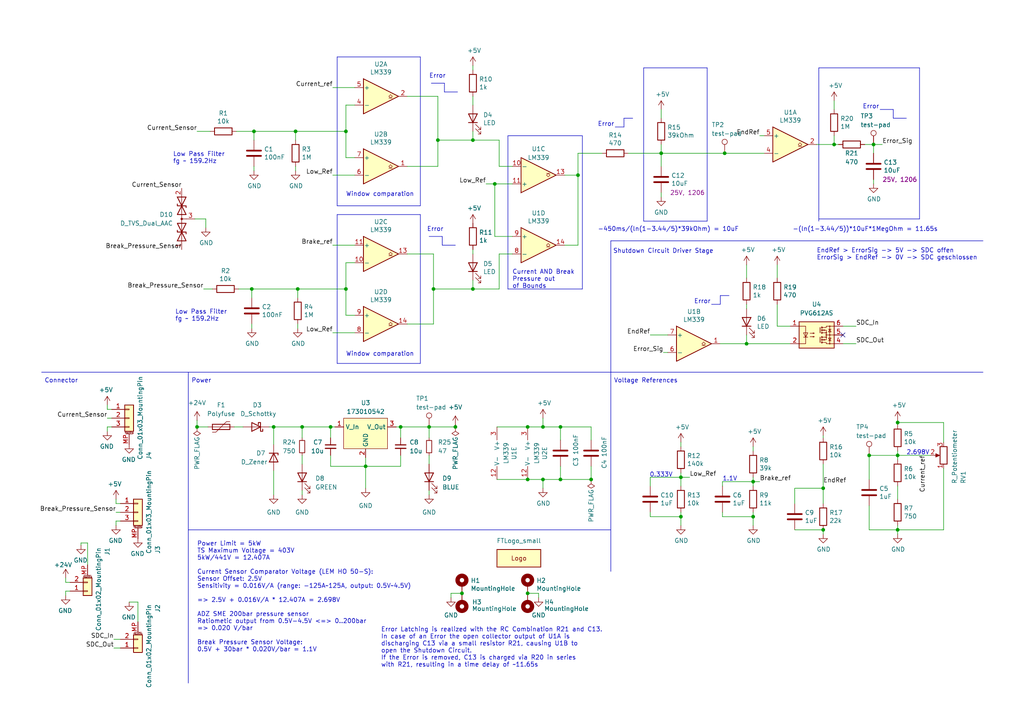
<source format=kicad_sch>
(kicad_sch
	(version 20231120)
	(generator "eeschema")
	(generator_version "8.0")
	(uuid "3b078104-7e9e-4a52-8931-d75a9f32a55c")
	(paper "A4")
	
	(junction
		(at 191.77 44.45)
		(diameter 0)
		(color 0 0 0 0)
		(uuid "02d690d3-7eb1-424b-a637-f0441c446847")
	)
	(junction
		(at 95.885 123.825)
		(diameter 0)
		(color 0 0 0 0)
		(uuid "0458f8d6-d0c3-458c-8e82-cc444fa3124f")
	)
	(junction
		(at 253.365 41.91)
		(diameter 0)
		(color 0 0 0 0)
		(uuid "06c74d33-22f4-4fde-a3fb-20ca542cd4b0")
	)
	(junction
		(at 153.035 172.085)
		(diameter 0)
		(color 0 0 0 0)
		(uuid "06fb1cbb-f25b-4301-b638-062cf91c8fcd")
	)
	(junction
		(at 197.485 138.43)
		(diameter 0)
		(color 0 0 0 0)
		(uuid "07d68cf4-cf26-494a-ad7d-ef3cd03594e6")
	)
	(junction
		(at 86.36 83.82)
		(diameter 0)
		(color 0 0 0 0)
		(uuid "0c064fd7-ff07-4667-bb75-8391ab6f72b5")
	)
	(junction
		(at 153.035 139.065)
		(diameter 0)
		(color 0 0 0 0)
		(uuid "0c0d150e-e401-4a19-9cc8-b434c5ff2e4c")
	)
	(junction
		(at 260.35 153.67)
		(diameter 0)
		(color 0 0 0 0)
		(uuid "112461c7-b9be-42a9-b362-6021372ba978")
	)
	(junction
		(at 171.45 139.065)
		(diameter 0)
		(color 0 0 0 0)
		(uuid "1798150b-b727-43bf-bb89-8ad75b043c93")
	)
	(junction
		(at 218.44 149.86)
		(diameter 0)
		(color 0 0 0 0)
		(uuid "18bcc3e2-20e2-465e-932d-7d26cac36623")
	)
	(junction
		(at 153.035 123.825)
		(diameter 0)
		(color 0 0 0 0)
		(uuid "1c4342d2-bcf1-4d37-a8c2-8d777f124aa2")
	)
	(junction
		(at 157.48 139.065)
		(diameter 0)
		(color 0 0 0 0)
		(uuid "2f84e17f-2d98-4988-8b9b-c91ff5594bdf")
	)
	(junction
		(at 143.51 53.34)
		(diameter 0)
		(color 0 0 0 0)
		(uuid "30b5ee56-3720-4a2d-9ee0-78d5fbd48af0")
	)
	(junction
		(at 125.73 83.82)
		(diameter 0)
		(color 0 0 0 0)
		(uuid "3368e8f6-165f-48eb-ac32-83cb88e63377")
	)
	(junction
		(at 260.35 132.08)
		(diameter 0)
		(color 0 0 0 0)
		(uuid "43ab5b80-79a9-4b08-b8f6-496557d74bf7")
	)
	(junction
		(at 252.095 132.08)
		(diameter 0)
		(color 0 0 0 0)
		(uuid "44fc85d1-0129-44f6-a7d1-776198683d7c")
	)
	(junction
		(at 124.46 123.825)
		(diameter 0)
		(color 0 0 0 0)
		(uuid "4935f7b4-c7f7-48a5-9121-8ebe77ce7023")
	)
	(junction
		(at 127 40.64)
		(diameter 0)
		(color 0 0 0 0)
		(uuid "4a804cbc-b668-42b2-9234-66b7081b2220")
	)
	(junction
		(at 260.35 122.555)
		(diameter 0)
		(color 0 0 0 0)
		(uuid "4bb7811f-eb59-4730-bf50-2113e6571f32")
	)
	(junction
		(at 87.63 123.825)
		(diameter 0)
		(color 0 0 0 0)
		(uuid "51655b20-c8fa-46dd-b8d8-ed44ee7b58e0")
	)
	(junction
		(at 116.205 123.825)
		(diameter 0)
		(color 0 0 0 0)
		(uuid "548e3987-aa39-4ea0-9f8f-bfa1774b0b92")
	)
	(junction
		(at 133.985 172.085)
		(diameter 0)
		(color 0 0 0 0)
		(uuid "55f4ecea-f517-46db-a8cc-bd98c075fb13")
	)
	(junction
		(at 137.16 40.64)
		(diameter 0)
		(color 0 0 0 0)
		(uuid "59019b33-e5d7-47a5-b697-da92c960d293")
	)
	(junction
		(at 167.64 50.8)
		(diameter 0)
		(color 0 0 0 0)
		(uuid "5d4c51cc-3039-45de-aede-c6f0bf2ba6b8")
	)
	(junction
		(at 241.935 41.91)
		(diameter 0)
		(color 0 0 0 0)
		(uuid "5fd5a07e-a9a3-48ea-88f8-c5d741b0d6b2")
	)
	(junction
		(at 218.44 139.7)
		(diameter 0)
		(color 0 0 0 0)
		(uuid "66aa2089-8ff2-4077-9185-adefd252a2c8")
	)
	(junction
		(at 210.185 44.45)
		(diameter 0)
		(color 0 0 0 0)
		(uuid "73350c8d-7141-4f80-abc3-d3171757ddd2")
	)
	(junction
		(at 238.76 153.67)
		(diameter 0)
		(color 0 0 0 0)
		(uuid "7709efe2-1390-487e-91e6-d8be8132aee9")
	)
	(junction
		(at 162.56 139.065)
		(diameter 0)
		(color 0 0 0 0)
		(uuid "8588352e-a2f9-4b66-95d7-e68f2a9c9038")
	)
	(junction
		(at 73.025 83.82)
		(diameter 0)
		(color 0 0 0 0)
		(uuid "8fa915e0-51c7-444b-8cc2-e8bb066962d7")
	)
	(junction
		(at 85.725 38.1)
		(diameter 0)
		(color 0 0 0 0)
		(uuid "a3688ae8-4672-4a89-af8c-8385ab151417")
	)
	(junction
		(at 57.15 123.825)
		(diameter 0)
		(color 0 0 0 0)
		(uuid "a6c6b364-7bce-4201-95f1-7583ff490abc")
	)
	(junction
		(at 162.56 123.825)
		(diameter 0)
		(color 0 0 0 0)
		(uuid "ae3f1345-5a2d-4f4d-ae05-dcebe084d843")
	)
	(junction
		(at 79.375 123.825)
		(diameter 0)
		(color 0 0 0 0)
		(uuid "be863020-4567-4509-bdcb-56bb803255c4")
	)
	(junction
		(at 157.48 123.825)
		(diameter 0)
		(color 0 0 0 0)
		(uuid "c6621e4e-1941-4ea1-9bfd-ebb879e0a948")
	)
	(junction
		(at 197.485 149.86)
		(diameter 0)
		(color 0 0 0 0)
		(uuid "c80b2f69-626e-4538-a37b-c1e0cbdfd599")
	)
	(junction
		(at 137.16 83.82)
		(diameter 0)
		(color 0 0 0 0)
		(uuid "cd84f5ae-cacc-4b78-9237-e9c6379a489b")
	)
	(junction
		(at 132.08 123.825)
		(diameter 0)
		(color 0 0 0 0)
		(uuid "d0ffe236-7d4f-4569-a5ad-619ee72a59c6")
	)
	(junction
		(at 238.76 141.605)
		(diameter 0)
		(color 0 0 0 0)
		(uuid "d3799bb2-a9db-4f42-8072-f7a4360b3370")
	)
	(junction
		(at 100.33 83.82)
		(diameter 0)
		(color 0 0 0 0)
		(uuid "efc63770-6c1a-4d94-b98e-634a1e24ff45")
	)
	(junction
		(at 100.33 38.1)
		(diameter 0)
		(color 0 0 0 0)
		(uuid "f2fcb01b-f454-47c9-a1b7-a081b24ae0cf")
	)
	(junction
		(at 216.535 99.695)
		(diameter 0)
		(color 0 0 0 0)
		(uuid "fa9d8a9b-57c4-492e-8ec2-e4c36e6342f7")
	)
	(junction
		(at 73.66 38.1)
		(diameter 0)
		(color 0 0 0 0)
		(uuid "fc2323eb-cb28-44c9-bec4-7732f2cd2e68")
	)
	(junction
		(at 106.045 135.255)
		(diameter 0)
		(color 0 0 0 0)
		(uuid "fd0e4892-3053-494b-b2b0-13d651fdaf55")
	)
	(no_connect
		(at 244.475 97.155)
		(uuid "d3ddf772-ea98-490c-bf6e-303d1758f40b")
	)
	(polyline
		(pts
			(xy 97.79 59.69) (xy 97.79 16.51)
		)
		(stroke
			(width 0)
			(type default)
		)
		(uuid "001e511e-de57-4a85-9bab-dd234b1015fa")
	)
	(polyline
		(pts
			(xy 125.095 24.13) (xy 128.905 24.13)
		)
		(stroke
			(width 0)
			(type solid)
		)
		(uuid "0078c7ef-7e33-44d6-b635-4885fd7831ca")
	)
	(wire
		(pts
			(xy 32.385 121.285) (xy 31.115 121.285)
		)
		(stroke
			(width 0)
			(type default)
		)
		(uuid "00b14196-a93a-4f20-b3c2-8e9db93cec6f")
	)
	(wire
		(pts
			(xy 137.16 27.94) (xy 137.16 30.48)
		)
		(stroke
			(width 0)
			(type default)
		)
		(uuid "00dc4daf-f5b5-4889-a6f1-e85d8f7b08c8")
	)
	(wire
		(pts
			(xy 140.97 53.34) (xy 143.51 53.34)
		)
		(stroke
			(width 0)
			(type default)
		)
		(uuid "01f2e5d3-4296-4677-bff4-8d113ba07bd3")
	)
	(wire
		(pts
			(xy 238.76 126.365) (xy 238.76 127)
		)
		(stroke
			(width 0)
			(type default)
		)
		(uuid "024a4d45-f78d-4557-9f62-8f2c4b21d132")
	)
	(wire
		(pts
			(xy 243.205 41.91) (xy 241.935 41.91)
		)
		(stroke
			(width 0)
			(type default)
		)
		(uuid "044387c8-7065-4901-b719-a6c257a2745b")
	)
	(wire
		(pts
			(xy 197.485 149.86) (xy 197.485 152.4)
		)
		(stroke
			(width 0)
			(type default)
		)
		(uuid "0597ed0d-4656-46d5-af17-2d9c89c7fd61")
	)
	(wire
		(pts
			(xy 163.83 71.12) (xy 167.64 71.12)
		)
		(stroke
			(width 0)
			(type default)
		)
		(uuid "061beca8-7fa4-470e-8d52-2be35660c92e")
	)
	(wire
		(pts
			(xy 273.685 153.67) (xy 260.35 153.67)
		)
		(stroke
			(width 0)
			(type default)
		)
		(uuid "0a396313-07ab-4f53-9146-483e6f1547fc")
	)
	(wire
		(pts
			(xy 230.505 141.605) (xy 238.76 141.605)
		)
		(stroke
			(width 0)
			(type default)
		)
		(uuid "0b6bf03c-7b37-4526-b905-aaeacce58b2a")
	)
	(wire
		(pts
			(xy 106.045 132.715) (xy 106.045 135.255)
		)
		(stroke
			(width 0)
			(type default)
		)
		(uuid "0c33e869-acbf-41d4-b086-12b2f47c41f9")
	)
	(wire
		(pts
			(xy 252.095 132.08) (xy 260.35 132.08)
		)
		(stroke
			(width 0)
			(type default)
		)
		(uuid "0cc0b05b-d9e3-468f-b0ec-bb2d7b05cad6")
	)
	(wire
		(pts
			(xy 137.16 83.82) (xy 144.78 83.82)
		)
		(stroke
			(width 0)
			(type default)
		)
		(uuid "0d07fcd0-f92e-413f-ac02-3d86fb67e7ad")
	)
	(wire
		(pts
			(xy 100.33 83.82) (xy 100.33 91.44)
		)
		(stroke
			(width 0)
			(type default)
		)
		(uuid "0d94ae63-5f0d-4821-b883-bd63b5162d65")
	)
	(wire
		(pts
			(xy 137.16 81.28) (xy 137.16 83.82)
		)
		(stroke
			(width 0)
			(type default)
		)
		(uuid "0f223f09-e7ec-4975-a031-a23d16355a82")
	)
	(wire
		(pts
			(xy 144.78 48.26) (xy 144.78 40.64)
		)
		(stroke
			(width 0)
			(type default)
		)
		(uuid "0f8741af-8122-4c88-bec3-b4327e4feb9b")
	)
	(wire
		(pts
			(xy 238.76 134.62) (xy 238.76 141.605)
		)
		(stroke
			(width 0)
			(type default)
		)
		(uuid "10a0b4ae-27da-4447-8abc-2d3ac8f3d620")
	)
	(wire
		(pts
			(xy 191.77 55.88) (xy 191.77 57.15)
		)
		(stroke
			(width 0)
			(type default)
		)
		(uuid "10f1da89-6f6a-46cb-a319-375bc5280e4b")
	)
	(wire
		(pts
			(xy 188.595 149.86) (xy 197.485 149.86)
		)
		(stroke
			(width 0)
			(type default)
		)
		(uuid "120c46a5-1723-47ce-8724-833f29687cb8")
	)
	(polyline
		(pts
			(xy 180.975 34.29) (xy 183.515 34.29)
		)
		(stroke
			(width 0)
			(type solid)
		)
		(uuid "1289eba9-c355-42e3-b3a8-46ea8c858553")
	)
	(wire
		(pts
			(xy 230.505 153.67) (xy 238.76 153.67)
		)
		(stroke
			(width 0)
			(type default)
		)
		(uuid "13eae7a8-c8d4-4a74-a325-219af8799895")
	)
	(wire
		(pts
			(xy 236.855 41.91) (xy 241.935 41.91)
		)
		(stroke
			(width 0)
			(type default)
		)
		(uuid "14034313-28ce-418b-9c1d-68184c5ad3f6")
	)
	(wire
		(pts
			(xy 116.205 123.825) (xy 124.46 123.825)
		)
		(stroke
			(width 0)
			(type default)
		)
		(uuid "1403f7d1-64a3-48fe-90d3-dc853604b652")
	)
	(wire
		(pts
			(xy 191.77 44.45) (xy 191.77 41.91)
		)
		(stroke
			(width 0)
			(type default)
		)
		(uuid "14976ad9-7af3-449e-969a-dabe604db984")
	)
	(wire
		(pts
			(xy 209.55 148.59) (xy 209.55 149.86)
		)
		(stroke
			(width 0)
			(type default)
		)
		(uuid "17abc560-a41b-47dc-ab11-11014fe7bfcc")
	)
	(wire
		(pts
			(xy 157.48 139.065) (xy 162.56 139.065)
		)
		(stroke
			(width 0)
			(type default)
		)
		(uuid "188001dc-f484-4138-a372-50f5ca12ac0c")
	)
	(wire
		(pts
			(xy 124.46 123.825) (xy 124.46 127)
		)
		(stroke
			(width 0)
			(type default)
		)
		(uuid "1befc1e9-d449-4d05-affd-ff63fbb6178a")
	)
	(wire
		(pts
			(xy 68.58 38.1) (xy 73.66 38.1)
		)
		(stroke
			(width 0)
			(type default)
		)
		(uuid "1ccafd5e-08c7-4535-b73b-f77c1ba21da5")
	)
	(wire
		(pts
			(xy 244.475 99.695) (xy 248.285 99.695)
		)
		(stroke
			(width 0)
			(type default)
		)
		(uuid "1d0a5ef0-0b22-45f2-9605-f2d62c596f35")
	)
	(wire
		(pts
			(xy 127 40.64) (xy 137.16 40.64)
		)
		(stroke
			(width 0)
			(type default)
		)
		(uuid "1d3861ad-bf1a-4b41-910a-1bcd44423bf6")
	)
	(polyline
		(pts
			(xy 121.92 16.51) (xy 121.92 59.69)
		)
		(stroke
			(width 0)
			(type default)
		)
		(uuid "1eda520c-dec0-4da9-bfcd-5279b8cdac81")
	)
	(wire
		(pts
			(xy 260.35 152.4) (xy 260.35 153.67)
		)
		(stroke
			(width 0)
			(type default)
		)
		(uuid "1ee67f8b-5604-4109-8297-33f5cc49f0fd")
	)
	(wire
		(pts
			(xy 79.375 123.825) (xy 87.63 123.825)
		)
		(stroke
			(width 0)
			(type default)
		)
		(uuid "1f07c4d0-8f68-40c2-aebb-120a9effec3b")
	)
	(wire
		(pts
			(xy 106.045 135.255) (xy 116.205 135.255)
		)
		(stroke
			(width 0)
			(type default)
		)
		(uuid "216fb90c-6f87-40dd-b949-62be97dd97df")
	)
	(wire
		(pts
			(xy 125.73 93.98) (xy 118.11 93.98)
		)
		(stroke
			(width 0)
			(type default)
		)
		(uuid "21d74ba7-2814-4833-9cbb-22ad5d79d3dc")
	)
	(wire
		(pts
			(xy 60.325 123.825) (xy 57.15 123.825)
		)
		(stroke
			(width 0)
			(type default)
		)
		(uuid "21f43952-e581-4625-b646-a8a272a514b9")
	)
	(wire
		(pts
			(xy 253.365 41.91) (xy 253.365 44.45)
		)
		(stroke
			(width 0)
			(type default)
		)
		(uuid "22d99b63-8bea-48c9-98e6-eda12c7977f1")
	)
	(polyline
		(pts
			(xy 237.49 63.5) (xy 266.7 63.5)
		)
		(stroke
			(width 0)
			(type default)
		)
		(uuid "236a00e1-e639-44d1-a1d4-60cd441d82e9")
	)
	(wire
		(pts
			(xy 73.66 48.26) (xy 73.66 49.53)
		)
		(stroke
			(width 0)
			(type default)
		)
		(uuid "25e092fc-deed-47a1-b6a0-7cdef9fd2396")
	)
	(polyline
		(pts
			(xy 206.375 88.265) (xy 208.915 88.265)
		)
		(stroke
			(width 0)
			(type solid)
		)
		(uuid "27d993d8-7612-42b8-aff0-342c28898a00")
	)
	(polyline
		(pts
			(xy 128.905 26.67) (xy 132.715 26.67)
		)
		(stroke
			(width 0)
			(type solid)
		)
		(uuid "2876d16e-097a-47f2-b487-a17ed0f36d5f")
	)
	(wire
		(pts
			(xy 241.935 29.21) (xy 241.935 31.75)
		)
		(stroke
			(width 0)
			(type default)
		)
		(uuid "2a493b31-a13a-4aed-a683-bea3c889beb0")
	)
	(wire
		(pts
			(xy 85.725 40.64) (xy 85.725 38.1)
		)
		(stroke
			(width 0)
			(type default)
		)
		(uuid "2a831477-d633-447d-8624-5be1b843e471")
	)
	(wire
		(pts
			(xy 86.36 83.82) (xy 100.33 83.82)
		)
		(stroke
			(width 0)
			(type default)
		)
		(uuid "2a944ed6-4ad9-4711-8528-f6dda82d3d91")
	)
	(polyline
		(pts
			(xy 54.61 107.95) (xy 54.61 198.12)
		)
		(stroke
			(width 0)
			(type default)
		)
		(uuid "2b9bbbcf-3e95-4bba-a878-0c0c16d5b02d")
	)
	(wire
		(pts
			(xy 218.44 139.7) (xy 218.44 140.97)
		)
		(stroke
			(width 0)
			(type default)
		)
		(uuid "2d095b22-d27f-410c-80cb-80e19a581eff")
	)
	(wire
		(pts
			(xy 118.11 27.94) (xy 127 27.94)
		)
		(stroke
			(width 0)
			(type default)
		)
		(uuid "3013cdc8-80db-42e1-8d05-754e7cdf0f06")
	)
	(wire
		(pts
			(xy 34.925 146.05) (xy 33.655 146.05)
		)
		(stroke
			(width 0)
			(type default)
		)
		(uuid "3014a030-2b92-4ea9-aa44-389b15d5c7c4")
	)
	(wire
		(pts
			(xy 20.32 168.91) (xy 19.05 168.91)
		)
		(stroke
			(width 0)
			(type default)
		)
		(uuid "31f2526e-be2e-443d-bd80-493dc079c3f1")
	)
	(wire
		(pts
			(xy 95.885 123.825) (xy 95.885 127)
		)
		(stroke
			(width 0)
			(type default)
		)
		(uuid "33105f4b-f47b-4119-aa7e-e2906461987f")
	)
	(polyline
		(pts
			(xy 128.905 24.13) (xy 128.905 26.67)
		)
		(stroke
			(width 0)
			(type solid)
		)
		(uuid "3639d1d8-9a8b-4479-9419-0bbf03c83844")
	)
	(wire
		(pts
			(xy 148.59 48.26) (xy 144.78 48.26)
		)
		(stroke
			(width 0)
			(type default)
		)
		(uuid "39d81bf0-761a-4c95-a8ea-2b60e098a8f2")
	)
	(wire
		(pts
			(xy 87.63 132.08) (xy 87.63 134.62)
		)
		(stroke
			(width 0)
			(type default)
		)
		(uuid "3b94f7cc-1bbe-4f9e-9bf5-f9c0f6183298")
	)
	(wire
		(pts
			(xy 225.425 94.615) (xy 229.235 94.615)
		)
		(stroke
			(width 0)
			(type default)
		)
		(uuid "3d001dc4-94bc-4f7e-950c-757374016f54")
	)
	(wire
		(pts
			(xy 124.46 142.24) (xy 124.46 143.51)
		)
		(stroke
			(width 0)
			(type default)
		)
		(uuid "3d868ad1-914e-4bbc-8c72-aa09bdf2f744")
	)
	(wire
		(pts
			(xy 87.63 123.825) (xy 87.63 127)
		)
		(stroke
			(width 0)
			(type default)
		)
		(uuid "3dc14943-d1aa-4203-b279-84ace039c92e")
	)
	(wire
		(pts
			(xy 216.535 88.265) (xy 216.535 89.535)
		)
		(stroke
			(width 0)
			(type default)
		)
		(uuid "3dd28df5-363b-4563-91b9-3a214c0a7204")
	)
	(wire
		(pts
			(xy 137.16 40.64) (xy 144.78 40.64)
		)
		(stroke
			(width 0)
			(type default)
		)
		(uuid "4063ed0f-5e2f-4106-900d-656097b1ea94")
	)
	(wire
		(pts
			(xy 143.51 68.58) (xy 148.59 68.58)
		)
		(stroke
			(width 0)
			(type default)
		)
		(uuid "45bd3f3d-f7b4-4793-8d20-9cfb29ce164c")
	)
	(polyline
		(pts
			(xy 168.91 39.37) (xy 168.91 83.82)
		)
		(stroke
			(width 0)
			(type default)
		)
		(uuid "464696f4-8924-40b8-9f30-3aac5ba7902e")
	)
	(wire
		(pts
			(xy 33.655 152.4) (xy 33.655 151.13)
		)
		(stroke
			(width 0)
			(type default)
		)
		(uuid "4651fa25-82b9-44b9-8981-909315c2b2fb")
	)
	(wire
		(pts
			(xy 59.055 83.82) (xy 61.595 83.82)
		)
		(stroke
			(width 0)
			(type default)
		)
		(uuid "46a97759-619f-44ab-a056-49f30ef50f47")
	)
	(wire
		(pts
			(xy 218.44 138.43) (xy 218.44 139.7)
		)
		(stroke
			(width 0)
			(type default)
		)
		(uuid "48c4fc06-0c85-48af-b2cf-6878e20db610")
	)
	(wire
		(pts
			(xy 32.385 123.825) (xy 31.115 123.825)
		)
		(stroke
			(width 0)
			(type default)
		)
		(uuid "4a443806-848f-44d8-8c49-e628577502b9")
	)
	(wire
		(pts
			(xy 188.595 97.155) (xy 193.675 97.155)
		)
		(stroke
			(width 0)
			(type default)
		)
		(uuid "4c9e552f-8ede-4c66-8d24-025ae040e7ad")
	)
	(polyline
		(pts
			(xy 121.92 59.69) (xy 97.79 59.69)
		)
		(stroke
			(width 0)
			(type default)
		)
		(uuid "4f5d1f21-ccd7-4ff7-a7bc-9fd9e11790a9")
	)
	(polyline
		(pts
			(xy 259.08 34.29) (xy 262.89 34.29)
		)
		(stroke
			(width 0)
			(type solid)
		)
		(uuid "4fbd31df-b708-475e-88d1-cf11f1d86d67")
	)
	(wire
		(pts
			(xy 260.35 132.08) (xy 269.875 132.08)
		)
		(stroke
			(width 0)
			(type default)
		)
		(uuid "512b2b08-f402-4cc7-87ce-98dcdc1e29b9")
	)
	(polyline
		(pts
			(xy 147.32 39.37) (xy 147.32 83.82)
		)
		(stroke
			(width 0)
			(type default)
		)
		(uuid "5373489d-609a-44ad-8d47-ae922f4f39b0")
	)
	(polyline
		(pts
			(xy 205.105 19.685) (xy 186.69 19.685)
		)
		(stroke
			(width 0)
			(type default)
		)
		(uuid "54f404ca-28f7-4fed-87e6-df6bdf53b8bf")
	)
	(polyline
		(pts
			(xy 97.79 62.23) (xy 121.92 62.23)
		)
		(stroke
			(width 0)
			(type default)
		)
		(uuid "588a8328-0c06-43ea-ba0a-a9a5875263e7")
	)
	(wire
		(pts
			(xy 73.025 93.98) (xy 73.025 95.25)
		)
		(stroke
			(width 0)
			(type default)
		)
		(uuid "58ce2a38-3c32-4467-8882-267205ef6cce")
	)
	(wire
		(pts
			(xy 125.73 83.82) (xy 125.73 93.98)
		)
		(stroke
			(width 0)
			(type default)
		)
		(uuid "5a23084a-1682-40a1-8b13-4820af964169")
	)
	(polyline
		(pts
			(xy 128.27 68.58) (xy 128.27 71.12)
		)
		(stroke
			(width 0)
			(type solid)
		)
		(uuid "5b6279b8-3d2b-46e6-afb2-6b2a6fb38bbd")
	)
	(wire
		(pts
			(xy 96.52 96.52) (xy 102.87 96.52)
		)
		(stroke
			(width 0)
			(type default)
		)
		(uuid "5c6ed078-a2bc-403a-9b34-0d133236d753")
	)
	(polyline
		(pts
			(xy 121.92 105.41) (xy 97.79 105.41)
		)
		(stroke
			(width 0)
			(type default)
		)
		(uuid "5c70cea8-9769-415b-bcc7-f8bb41a0c9b2")
	)
	(wire
		(pts
			(xy 59.69 63.5) (xy 56.515 63.5)
		)
		(stroke
			(width 0)
			(type default)
		)
		(uuid "5f4cd65c-e6b0-4c31-ae3d-9d27e7f64832")
	)
	(wire
		(pts
			(xy 127 40.64) (xy 127 27.94)
		)
		(stroke
			(width 0)
			(type default)
		)
		(uuid "600bbab9-7f19-4ea4-b617-73b78b70e2c1")
	)
	(wire
		(pts
			(xy 137.16 19.05) (xy 137.16 20.32)
		)
		(stroke
			(width 0)
			(type default)
		)
		(uuid "601b497d-e5df-4108-a523-828b4551291e")
	)
	(wire
		(pts
			(xy 260.35 122.555) (xy 273.685 122.555)
		)
		(stroke
			(width 0)
			(type default)
		)
		(uuid "609f1ec7-9cce-4499-900e-512147397fb4")
	)
	(wire
		(pts
			(xy 260.35 140.97) (xy 260.35 144.78)
		)
		(stroke
			(width 0)
			(type default)
		)
		(uuid "62de040a-9468-466e-bf45-b1f612f34b5d")
	)
	(wire
		(pts
			(xy 252.095 153.67) (xy 260.35 153.67)
		)
		(stroke
			(width 0)
			(type default)
		)
		(uuid "641ade85-6bbd-4eba-99a2-1461307da5c0")
	)
	(wire
		(pts
			(xy 87.63 142.24) (xy 87.63 143.51)
		)
		(stroke
			(width 0)
			(type default)
		)
		(uuid "649d226e-d908-4fb5-8991-0af73607b009")
	)
	(wire
		(pts
			(xy 96.52 71.12) (xy 102.87 71.12)
		)
		(stroke
			(width 0)
			(type default)
		)
		(uuid "64be79ff-65eb-4a3a-bf4b-f5e204971850")
	)
	(wire
		(pts
			(xy 210.185 44.45) (xy 221.615 44.45)
		)
		(stroke
			(width 0)
			(type default)
		)
		(uuid "6abcf0e1-bc51-4895-8d1d-d9053c606b20")
	)
	(wire
		(pts
			(xy 78.105 123.825) (xy 79.375 123.825)
		)
		(stroke
			(width 0)
			(type default)
		)
		(uuid "6edfb8a9-8cc9-42e4-8258-00d0e8e0202c")
	)
	(wire
		(pts
			(xy 102.87 76.2) (xy 100.33 76.2)
		)
		(stroke
			(width 0)
			(type default)
		)
		(uuid "708aa86d-bf05-4c57-aaae-6df603e15a2e")
	)
	(wire
		(pts
			(xy 114.935 123.825) (xy 116.205 123.825)
		)
		(stroke
			(width 0)
			(type default)
		)
		(uuid "7097e522-77cd-43b1-8ac8-1ba3b7f41191")
	)
	(polyline
		(pts
			(xy 147.32 83.82) (xy 168.91 83.82)
		)
		(stroke
			(width 0)
			(type default)
		)
		(uuid "70f2f59e-d26a-4945-859b-cb890c9d15da")
	)
	(wire
		(pts
			(xy 216.535 99.695) (xy 208.915 99.695)
		)
		(stroke
			(width 0)
			(type default)
		)
		(uuid "71feb915-488e-4dff-851c-13304d9e648c")
	)
	(wire
		(pts
			(xy 188.595 138.43) (xy 188.595 140.97)
		)
		(stroke
			(width 0)
			(type default)
		)
		(uuid "736337ad-7c35-4001-ba96-09066e183edd")
	)
	(wire
		(pts
			(xy 73.025 83.82) (xy 86.36 83.82)
		)
		(stroke
			(width 0)
			(type default)
		)
		(uuid "738d50ac-2592-4f26-bae9-6debec8e4e85")
	)
	(polyline
		(pts
			(xy 180.975 36.83) (xy 180.975 34.29)
		)
		(stroke
			(width 0)
			(type solid)
		)
		(uuid "74fbde27-3525-488a-8484-501309e98b13")
	)
	(wire
		(pts
			(xy 96.52 25.4) (xy 102.87 25.4)
		)
		(stroke
			(width 0)
			(type default)
		)
		(uuid "7641fc4e-3dd4-4bd7-b699-8138af94aa90")
	)
	(polyline
		(pts
			(xy 186.69 19.685) (xy 186.69 64.135)
		)
		(stroke
			(width 0)
			(type default)
		)
		(uuid "7674f190-796f-4bd8-85c0-1bec074adfdb")
	)
	(polyline
		(pts
			(xy 97.79 105.41) (xy 97.79 62.23)
		)
		(stroke
			(width 0)
			(type default)
		)
		(uuid "7766a5db-d545-4a0c-beb1-8abcda00e205")
	)
	(wire
		(pts
			(xy 100.33 45.72) (xy 102.87 45.72)
		)
		(stroke
			(width 0)
			(type default)
		)
		(uuid "7844f367-70a2-40d8-ba8f-ff033f5d6977")
	)
	(wire
		(pts
			(xy 57.15 123.825) (xy 57.15 121.92)
		)
		(stroke
			(width 0)
			(type default)
		)
		(uuid "7ad9f868-8fb2-4e1d-9f5f-2a059a17f32a")
	)
	(wire
		(pts
			(xy 209.55 139.7) (xy 209.55 140.97)
		)
		(stroke
			(width 0)
			(type default)
		)
		(uuid "7c5f0b29-5814-4f07-a24f-06b2f0303fa8")
	)
	(polyline
		(pts
			(xy 186.69 64.135) (xy 205.105 64.135)
		)
		(stroke
			(width 0)
			(type default)
		)
		(uuid "7d1887cf-0537-4b67-b1d3-7fbdeffeca64")
	)
	(wire
		(pts
			(xy 73.66 38.1) (xy 73.66 40.64)
		)
		(stroke
			(width 0)
			(type default)
		)
		(uuid "7f0b9979-b71e-485b-b4f5-832749647b9d")
	)
	(wire
		(pts
			(xy 248.285 94.615) (xy 244.475 94.615)
		)
		(stroke
			(width 0)
			(type default)
		)
		(uuid "806ed57f-a53b-4b4b-a18a-0a4cc392cc84")
	)
	(wire
		(pts
			(xy 157.48 121.285) (xy 157.48 123.825)
		)
		(stroke
			(width 0)
			(type default)
		)
		(uuid "80eb8b13-ad1d-4b8d-b97d-32b9bd5b67c4")
	)
	(wire
		(pts
			(xy 197.485 128.27) (xy 197.485 129.54)
		)
		(stroke
			(width 0)
			(type default)
		)
		(uuid "853f63b4-82c5-4d12-b58d-488e3212b24c")
	)
	(wire
		(pts
			(xy 157.48 123.825) (xy 162.56 123.825)
		)
		(stroke
			(width 0)
			(type default)
		)
		(uuid "8543a557-ae40-469a-91bc-7ee90405d181")
	)
	(wire
		(pts
			(xy 253.365 52.07) (xy 253.365 53.34)
		)
		(stroke
			(width 0)
			(type default)
		)
		(uuid "85a0f3a5-268b-40c3-abd6-a8f0e4bc85a6")
	)
	(wire
		(pts
			(xy 238.76 153.67) (xy 238.76 154.94)
		)
		(stroke
			(width 0)
			(type default)
		)
		(uuid "86875330-ff76-4e25-b30a-1817080df15f")
	)
	(wire
		(pts
			(xy 153.035 123.825) (xy 157.48 123.825)
		)
		(stroke
			(width 0)
			(type default)
		)
		(uuid "87df2899-3b9e-436c-8917-6fee4ae4eb3d")
	)
	(wire
		(pts
			(xy 144.145 123.825) (xy 153.035 123.825)
		)
		(stroke
			(width 0)
			(type default)
		)
		(uuid "882ccace-32df-4a77-99db-1439be4f6f64")
	)
	(wire
		(pts
			(xy 95.885 132.08) (xy 95.885 135.255)
		)
		(stroke
			(width 0)
			(type default)
		)
		(uuid "88ff9093-8d75-4c2b-bf8f-3c46a5df128a")
	)
	(wire
		(pts
			(xy 167.64 50.8) (xy 163.83 50.8)
		)
		(stroke
			(width 0)
			(type default)
		)
		(uuid "8a491fca-e998-4b94-b713-5a1667b2c7c2")
	)
	(wire
		(pts
			(xy 218.44 149.86) (xy 218.44 152.4)
		)
		(stroke
			(width 0)
			(type default)
		)
		(uuid "8ad2b125-cd02-4535-9a5d-631b96e88032")
	)
	(wire
		(pts
			(xy 162.56 123.825) (xy 171.45 123.825)
		)
		(stroke
			(width 0)
			(type default)
		)
		(uuid "8ba55fb3-8db2-4277-884f-2bce1355cf54")
	)
	(polyline
		(pts
			(xy 178.435 36.83) (xy 180.975 36.83)
		)
		(stroke
			(width 0)
			(type solid)
		)
		(uuid "8c457f7f-b5f6-466d-bea8-12b38b608338")
	)
	(polyline
		(pts
			(xy 266.7 19.685) (xy 266.7 63.5)
		)
		(stroke
			(width 0)
			(type default)
		)
		(uuid "8cc23b6a-73fd-4c95-9e74-84ea83042d6b")
	)
	(wire
		(pts
			(xy 273.685 135.89) (xy 273.685 153.67)
		)
		(stroke
			(width 0)
			(type default)
		)
		(uuid "8d898212-f734-461b-a672-bc2f933ef973")
	)
	(wire
		(pts
			(xy 32.385 118.745) (xy 31.115 118.745)
		)
		(stroke
			(width 0)
			(type default)
		)
		(uuid "8da7390e-b891-4d83-a231-b46390bf5713")
	)
	(wire
		(pts
			(xy 34.925 151.13) (xy 33.655 151.13)
		)
		(stroke
			(width 0)
			(type default)
		)
		(uuid "8eb885ec-27fa-40d7-bf51-33e42fe3bf01")
	)
	(wire
		(pts
			(xy 225.425 76.835) (xy 225.425 80.645)
		)
		(stroke
			(width 0)
			(type default)
		)
		(uuid "8f57bc11-c785-4fc6-81a2-3383b86a612b")
	)
	(wire
		(pts
			(xy 95.885 123.825) (xy 97.155 123.825)
		)
		(stroke
			(width 0)
			(type default)
		)
		(uuid "8fcb4e5c-ba40-48d6-be53-57fe310f184e")
	)
	(wire
		(pts
			(xy 216.535 97.155) (xy 216.535 99.695)
		)
		(stroke
			(width 0)
			(type default)
		)
		(uuid "906e4ff9-665e-4cb5-80e5-8ca2e618c4bc")
	)
	(wire
		(pts
			(xy 40.005 174.625) (xy 40.005 180.34)
		)
		(stroke
			(width 0)
			(type default)
		)
		(uuid "9101f307-16cc-4e41-8cdb-c12754a539c1")
	)
	(wire
		(pts
			(xy 218.44 148.59) (xy 218.44 149.86)
		)
		(stroke
			(width 0)
			(type default)
		)
		(uuid "914a66dd-0116-4f07-8d31-a37f9d606019")
	)
	(wire
		(pts
			(xy 69.215 83.82) (xy 73.025 83.82)
		)
		(stroke
			(width 0)
			(type default)
		)
		(uuid "91fc3c78-9d36-44f1-b514-a962c809ec34")
	)
	(wire
		(pts
			(xy 250.825 41.91) (xy 253.365 41.91)
		)
		(stroke
			(width 0)
			(type default)
		)
		(uuid "9234c646-e20a-4593-af6b-c8a5dcbd51d4")
	)
	(wire
		(pts
			(xy 197.485 138.43) (xy 197.485 140.97)
		)
		(stroke
			(width 0)
			(type default)
		)
		(uuid "92dc6f5e-25a3-4bfb-9fb3-ddb92ce66627")
	)
	(wire
		(pts
			(xy 218.44 139.7) (xy 209.55 139.7)
		)
		(stroke
			(width 0)
			(type default)
		)
		(uuid "934cb7ad-0508-46fb-a83e-985e00564717")
	)
	(polyline
		(pts
			(xy 147.32 39.37) (xy 168.91 39.37)
		)
		(stroke
			(width 0)
			(type default)
		)
		(uuid "93565e28-e235-4fc4-803a-3acf4d72ffc5")
	)
	(polyline
		(pts
			(xy 177.165 69.85) (xy 285.115 69.85)
		)
		(stroke
			(width 0)
			(type default)
		)
		(uuid "94013b7a-59a0-4273-90bc-da95c8db1a0c")
	)
	(wire
		(pts
			(xy 85.725 48.26) (xy 85.725 49.53)
		)
		(stroke
			(width 0)
			(type default)
		)
		(uuid "943907ec-586e-4127-a3bd-bb7bd746b2d3")
	)
	(wire
		(pts
			(xy 143.51 53.34) (xy 148.59 53.34)
		)
		(stroke
			(width 0)
			(type default)
		)
		(uuid "9542ce02-813b-4f41-8521-f5b253987a24")
	)
	(wire
		(pts
			(xy 87.63 123.825) (xy 95.885 123.825)
		)
		(stroke
			(width 0)
			(type default)
		)
		(uuid "97543a4a-ef34-45d2-9b8b-e833e35302fa")
	)
	(wire
		(pts
			(xy 125.73 73.66) (xy 125.73 83.82)
		)
		(stroke
			(width 0)
			(type default)
		)
		(uuid "97b637c1-55ad-484e-9ddb-95fa03b2b2cd")
	)
	(wire
		(pts
			(xy 229.235 99.695) (xy 216.535 99.695)
		)
		(stroke
			(width 0)
			(type default)
		)
		(uuid "9821d49b-effc-45f5-87d4-20e5551537f3")
	)
	(wire
		(pts
			(xy 191.77 44.45) (xy 191.77 48.26)
		)
		(stroke
			(width 0)
			(type default)
		)
		(uuid "987080df-e9b2-4df6-8bf5-1fe9f4284f23")
	)
	(wire
		(pts
			(xy 33.655 144.78) (xy 33.655 146.05)
		)
		(stroke
			(width 0)
			(type default)
		)
		(uuid "98de0a24-2348-4676-82fa-239c195769a6")
	)
	(polyline
		(pts
			(xy 255.27 31.75) (xy 259.08 31.75)
		)
		(stroke
			(width 0)
			(type solid)
		)
		(uuid "992f07d9-bfd1-47c8-92dd-80a567d43861")
	)
	(wire
		(pts
			(xy 273.685 122.555) (xy 273.685 128.27)
		)
		(stroke
			(width 0)
			(type default)
		)
		(uuid "9d5be662-a22d-4c9f-864d-9b9835ca92b2")
	)
	(wire
		(pts
			(xy 73.025 86.36) (xy 73.025 83.82)
		)
		(stroke
			(width 0)
			(type default)
		)
		(uuid "9e1fbc47-56c3-42b0-a174-79ac5cca7685")
	)
	(wire
		(pts
			(xy 96.52 50.8) (xy 102.87 50.8)
		)
		(stroke
			(width 0)
			(type default)
		)
		(uuid "9e2c6809-1d8f-46b8-8348-21fb1272bdd2")
	)
	(wire
		(pts
			(xy 171.45 135.255) (xy 171.45 139.065)
		)
		(stroke
			(width 0)
			(type default)
		)
		(uuid "9e6fa4d7-7609-4713-99d3-81a086429362")
	)
	(polyline
		(pts
			(xy 237.49 19.685) (xy 237.49 64.135)
		)
		(stroke
			(width 0)
			(type default)
		)
		(uuid "a13d3e97-e748-4a06-b00e-228fb37c0b0c")
	)
	(wire
		(pts
			(xy 255.905 41.91) (xy 253.365 41.91)
		)
		(stroke
			(width 0)
			(type default)
		)
		(uuid "a1ce4b15-5b1d-480f-b785-f15e18b0c41a")
	)
	(wire
		(pts
			(xy 218.44 129.54) (xy 218.44 130.81)
		)
		(stroke
			(width 0)
			(type default)
		)
		(uuid "a32e9ec3-b492-49f9-bf81-141e733acc59")
	)
	(wire
		(pts
			(xy 191.77 44.45) (xy 210.185 44.45)
		)
		(stroke
			(width 0)
			(type default)
		)
		(uuid "a3a1f9cd-fd2c-4c52-a45c-962ccbed39da")
	)
	(wire
		(pts
			(xy 100.33 91.44) (xy 102.87 91.44)
		)
		(stroke
			(width 0)
			(type default)
		)
		(uuid "a4f76639-f23b-4da3-af7c-8e6513ca1ae9")
	)
	(polyline
		(pts
			(xy 266.7 19.685) (xy 237.49 19.685)
		)
		(stroke
			(width 0)
			(type default)
		)
		(uuid "a5de92f8-016f-4396-9a5a-cd4ea2049f22")
	)
	(wire
		(pts
			(xy 116.205 132.08) (xy 116.205 135.255)
		)
		(stroke
			(width 0)
			(type default)
		)
		(uuid "a7b8884f-7447-486d-b5d1-96f4310fafe2")
	)
	(wire
		(pts
			(xy 85.725 38.1) (xy 100.33 38.1)
		)
		(stroke
			(width 0)
			(type default)
		)
		(uuid "a83a7d88-3c8a-485e-9470-8add6b9883f6")
	)
	(polyline
		(pts
			(xy 208.915 88.265) (xy 208.915 85.725)
		)
		(stroke
			(width 0)
			(type solid)
		)
		(uuid "a89d5ac0-a70f-4cef-8759-19d96198a822")
	)
	(wire
		(pts
			(xy 59.69 66.04) (xy 59.69 63.5)
		)
		(stroke
			(width 0)
			(type default)
		)
		(uuid "a96d972a-da97-4415-a074-376abc811d0f")
	)
	(wire
		(pts
			(xy 230.505 146.05) (xy 230.505 141.605)
		)
		(stroke
			(width 0)
			(type default)
		)
		(uuid "a9ec6472-216d-49ff-a6bc-31da70717e3d")
	)
	(wire
		(pts
			(xy 23.495 157.48) (xy 23.495 158.115)
		)
		(stroke
			(width 0)
			(type default)
		)
		(uuid "aa1ff7c7-b73b-4749-9cd4-e961742f41be")
	)
	(wire
		(pts
			(xy 220.345 139.7) (xy 218.44 139.7)
		)
		(stroke
			(width 0)
			(type default)
		)
		(uuid "ab49f29c-39ad-43db-86b1-bf207d76c9d5")
	)
	(wire
		(pts
			(xy 156.21 172.085) (xy 156.21 173.355)
		)
		(stroke
			(width 0)
			(type default)
		)
		(uuid "ac7c2b66-82fb-4e9f-ba45-401b407475b4")
	)
	(wire
		(pts
			(xy 100.33 76.2) (xy 100.33 83.82)
		)
		(stroke
			(width 0)
			(type default)
		)
		(uuid "ae971fb3-2817-4c08-a70b-777a233fc7cf")
	)
	(wire
		(pts
			(xy 241.935 41.91) (xy 241.935 39.37)
		)
		(stroke
			(width 0)
			(type default)
		)
		(uuid "af60606b-1a3b-4f47-ac5a-d905f60070e3")
	)
	(wire
		(pts
			(xy 73.66 38.1) (xy 85.725 38.1)
		)
		(stroke
			(width 0)
			(type default)
		)
		(uuid "af8ed89e-fc0b-4539-b838-151d99950cc9")
	)
	(polyline
		(pts
			(xy 259.08 31.75) (xy 259.08 34.29)
		)
		(stroke
			(width 0)
			(type solid)
		)
		(uuid "b0105d6e-ad79-448c-811c-b9c50515ed82")
	)
	(wire
		(pts
			(xy 153.035 139.065) (xy 157.48 139.065)
		)
		(stroke
			(width 0)
			(type default)
		)
		(uuid "b1ec9677-7456-495d-b26b-857c7a83de7a")
	)
	(wire
		(pts
			(xy 125.73 83.82) (xy 137.16 83.82)
		)
		(stroke
			(width 0)
			(type default)
		)
		(uuid "b36c1c77-4324-4ac9-af1a-9644ebca8a09")
	)
	(polyline
		(pts
			(xy 128.27 71.12) (xy 132.08 71.12)
		)
		(stroke
			(width 0)
			(type solid)
		)
		(uuid "b4b97b05-999c-41bf-846e-6c611bd1665f")
	)
	(wire
		(pts
			(xy 33.02 187.96) (xy 34.925 187.96)
		)
		(stroke
			(width 0)
			(type default)
		)
		(uuid "b8849807-a4aa-41c1-b5b9-9442de13299f")
	)
	(wire
		(pts
			(xy 79.375 136.525) (xy 79.375 143.51)
		)
		(stroke
			(width 0)
			(type default)
		)
		(uuid "b88bd020-e3af-4d73-8aec-7540cb3b32a1")
	)
	(polyline
		(pts
			(xy 177.165 107.95) (xy 177.165 165.735)
		)
		(stroke
			(width 0)
			(type default)
		)
		(uuid "ba4602b7-f4a4-43ac-89f2-d8277c0efd09")
	)
	(wire
		(pts
			(xy 260.35 121.92) (xy 260.35 122.555)
		)
		(stroke
			(width 0)
			(type default)
		)
		(uuid "bbbff29a-ae16-4b41-becc-61b6b42fa612")
	)
	(wire
		(pts
			(xy 162.56 135.255) (xy 162.56 139.065)
		)
		(stroke
			(width 0)
			(type default)
		)
		(uuid "bd16bd3c-f77a-4584-97bd-2614cb5966b7")
	)
	(wire
		(pts
			(xy 260.35 132.08) (xy 260.35 133.35)
		)
		(stroke
			(width 0)
			(type default)
		)
		(uuid "bd341905-8aea-402e-86b6-2bec47e27b75")
	)
	(polyline
		(pts
			(xy 208.915 85.725) (xy 211.455 85.725)
		)
		(stroke
			(width 0)
			(type solid)
		)
		(uuid "c0ba2a5d-e637-47d8-9bed-0ffe9dba56dc")
	)
	(wire
		(pts
			(xy 20.32 171.45) (xy 19.05 171.45)
		)
		(stroke
			(width 0)
			(type default)
		)
		(uuid "c0d117c9-e4a4-4254-9e2f-f4600d0b0e15")
	)
	(polyline
		(pts
			(xy 12.065 107.95) (xy 285.115 107.95)
		)
		(stroke
			(width 0)
			(type default)
		)
		(uuid "c2d47e65-9190-4c2d-9bd2-8a784b8570e3")
	)
	(wire
		(pts
			(xy 130.81 172.085) (xy 130.81 173.355)
		)
		(stroke
			(width 0)
			(type default)
		)
		(uuid "c33972ea-ed54-4d66-90cd-411d4a413b42")
	)
	(wire
		(pts
			(xy 188.595 138.43) (xy 197.485 138.43)
		)
		(stroke
			(width 0)
			(type default)
		)
		(uuid "c413a890-f4a6-49ef-a63f-ac82e8ae0932")
	)
	(wire
		(pts
			(xy 95.885 135.255) (xy 106.045 135.255)
		)
		(stroke
			(width 0)
			(type default)
		)
		(uuid "c750e2e6-4e53-4314-8c81-75ec0757e350")
	)
	(wire
		(pts
			(xy 19.05 171.45) (xy 19.05 172.72)
		)
		(stroke
			(width 0)
			(type default)
		)
		(uuid "c7cb71a6-27ac-48be-adbf-673e11bb5f21")
	)
	(wire
		(pts
			(xy 209.55 149.86) (xy 218.44 149.86)
		)
		(stroke
			(width 0)
			(type default)
		)
		(uuid "c8e4c482-64f9-431e-ac00-7aa687b26bec")
	)
	(wire
		(pts
			(xy 220.345 39.37) (xy 221.615 39.37)
		)
		(stroke
			(width 0)
			(type default)
		)
		(uuid "c8ee4881-36e0-4ef1-93f6-4460695e1ed3")
	)
	(polyline
		(pts
			(xy 177.165 107.95) (xy 177.165 69.85)
		)
		(stroke
			(width 0)
			(type default)
		)
		(uuid "c91ab8bb-46af-4bfc-95de-ec40ee5f0bfa")
	)
	(wire
		(pts
			(xy 31.115 125.095) (xy 31.115 123.825)
		)
		(stroke
			(width 0)
			(type default)
		)
		(uuid "c9c842fc-301a-417a-9552-3e69cc4ae5ef")
	)
	(wire
		(pts
			(xy 260.35 154.94) (xy 260.35 153.67)
		)
		(stroke
			(width 0)
			(type default)
		)
		(uuid "cc443ab3-f10a-4b76-893d-fbb0f6ea01cb")
	)
	(wire
		(pts
			(xy 171.45 123.825) (xy 171.45 127.635)
		)
		(stroke
			(width 0)
			(type default)
		)
		(uuid "cdaae09e-19c4-4871-854d-b993d7e2c675")
	)
	(wire
		(pts
			(xy 118.11 48.26) (xy 127 48.26)
		)
		(stroke
			(width 0)
			(type default)
		)
		(uuid "ced8ad73-0fed-4e70-b09d-8a0c2411b35c")
	)
	(wire
		(pts
			(xy 127 40.64) (xy 127 48.26)
		)
		(stroke
			(width 0)
			(type default)
		)
		(uuid "cf13725a-3b14-46f1-b276-5e6943a07923")
	)
	(wire
		(pts
			(xy 144.78 73.66) (xy 148.59 73.66)
		)
		(stroke
			(width 0)
			(type default)
		)
		(uuid "cf67d11b-1000-4656-81d8-0ef58cb6c770")
	)
	(wire
		(pts
			(xy 67.945 123.825) (xy 70.485 123.825)
		)
		(stroke
			(width 0)
			(type default)
		)
		(uuid "d0a31565-8332-432c-8e31-063454e99560")
	)
	(wire
		(pts
			(xy 260.35 122.555) (xy 260.35 123.19)
		)
		(stroke
			(width 0)
			(type default)
		)
		(uuid "d0c81249-de23-4417-be7c-e1527a8518c6")
	)
	(wire
		(pts
			(xy 102.87 30.48) (xy 100.33 30.48)
		)
		(stroke
			(width 0)
			(type default)
		)
		(uuid "d120b92d-cb8f-4c22-a77d-03f4d7ac4859")
	)
	(wire
		(pts
			(xy 238.76 141.605) (xy 238.76 146.05)
		)
		(stroke
			(width 0)
			(type default)
		)
		(uuid "d1b72740-4cb3-4995-9510-4c7ccd1b86af")
	)
	(wire
		(pts
			(xy 19.05 168.91) (xy 19.05 167.64)
		)
		(stroke
			(width 0)
			(type default)
		)
		(uuid "d2bcc1a7-8914-4fab-9e6c-c608d935aff5")
	)
	(polyline
		(pts
			(xy 205.105 64.135) (xy 205.105 19.685)
		)
		(stroke
			(width 0)
			(type default)
		)
		(uuid "d3688f22-e914-4cb3-ab02-a2a18f033408")
	)
	(polyline
		(pts
			(xy 54.61 153.67) (xy 177.165 153.67)
		)
		(stroke
			(width 0)
			(type default)
		)
		(uuid "d3b5cd42-164b-47e5-8b19-e721fe5675d1")
	)
	(wire
		(pts
			(xy 86.36 93.98) (xy 86.36 95.25)
		)
		(stroke
			(width 0)
			(type default)
		)
		(uuid "d557cbb9-8eb1-4e1d-b16b-00d0fdb4c1b9")
	)
	(wire
		(pts
			(xy 162.56 139.065) (xy 171.45 139.065)
		)
		(stroke
			(width 0)
			(type default)
		)
		(uuid "d761bb1d-8214-40f0-91e2-6c609e2c652c")
	)
	(wire
		(pts
			(xy 34.925 148.59) (xy 33.655 148.59)
		)
		(stroke
			(width 0)
			(type default)
		)
		(uuid "d77f2a91-b44e-44c3-8c32-a2d9ca73b663")
	)
	(polyline
		(pts
			(xy 97.79 16.51) (xy 121.92 16.51)
		)
		(stroke
			(width 0)
			(type default)
		)
		(uuid "d793ceb0-acf7-400b-ae25-6e84691974c3")
	)
	(wire
		(pts
			(xy 157.48 139.065) (xy 157.48 141.605)
		)
		(stroke
			(width 0)
			(type default)
		)
		(uuid "d8f07337-1fe1-4ee0-a2ec-a7a79c6cf7ca")
	)
	(wire
		(pts
			(xy 124.46 123.825) (xy 132.08 123.825)
		)
		(stroke
			(width 0)
			(type default)
		)
		(uuid "d9b16fed-5655-44f1-81be-258112efa75d")
	)
	(wire
		(pts
			(xy 225.425 88.265) (xy 225.425 94.615)
		)
		(stroke
			(width 0)
			(type default)
		)
		(uuid "da4f00bd-eb21-4beb-99c7-48f8c810bc5c")
	)
	(wire
		(pts
			(xy 79.375 123.825) (xy 79.375 128.905)
		)
		(stroke
			(width 0)
			(type default)
		)
		(uuid "db8b51ee-9a42-47b3-aa86-12c202c78366")
	)
	(wire
		(pts
			(xy 252.095 146.685) (xy 252.095 153.67)
		)
		(stroke
			(width 0)
			(type default)
		)
		(uuid "de1cc6b2-1fee-4e76-8445-1e061ce73ced")
	)
	(wire
		(pts
			(xy 162.56 123.825) (xy 162.56 127.635)
		)
		(stroke
			(width 0)
			(type default)
		)
		(uuid "de520b0c-0822-40d5-bba8-06f9f77557ff")
	)
	(wire
		(pts
			(xy 191.77 31.75) (xy 191.77 34.29)
		)
		(stroke
			(width 0)
			(type default)
		)
		(uuid "df80f5ac-6f5a-438e-94ee-80db5fa7c516")
	)
	(wire
		(pts
			(xy 144.78 73.66) (xy 144.78 83.82)
		)
		(stroke
			(width 0)
			(type default)
		)
		(uuid "e16ff895-954c-417d-961d-05db42d326ac")
	)
	(wire
		(pts
			(xy 216.535 76.835) (xy 216.535 80.645)
		)
		(stroke
			(width 0)
			(type default)
		)
		(uuid "e3256bf1-233c-4456-848c-ba69cf42803a")
	)
	(wire
		(pts
			(xy 133.985 172.085) (xy 130.81 172.085)
		)
		(stroke
			(width 0)
			(type default)
		)
		(uuid "e35dffc2-aade-40b6-b687-cbeafdbca7bc")
	)
	(wire
		(pts
			(xy 37.465 174.625) (xy 40.005 174.625)
		)
		(stroke
			(width 0)
			(type default)
		)
		(uuid "e396474d-f90f-445c-a045-985d01506be0")
	)
	(wire
		(pts
			(xy 252.095 132.08) (xy 252.095 139.065)
		)
		(stroke
			(width 0)
			(type default)
		)
		(uuid "e58d24cd-e44b-4d98-8847-0a071ea7aa29")
	)
	(wire
		(pts
			(xy 197.485 148.59) (xy 197.485 149.86)
		)
		(stroke
			(width 0)
			(type default)
		)
		(uuid "e63ccf36-4c07-4f72-9764-8a8228df2dd5")
	)
	(wire
		(pts
			(xy 116.205 123.825) (xy 116.205 127)
		)
		(stroke
			(width 0)
			(type default)
		)
		(uuid "e6786400-6f5c-43be-b396-9bd8a634187f")
	)
	(wire
		(pts
			(xy 33.02 185.42) (xy 34.925 185.42)
		)
		(stroke
			(width 0)
			(type default)
		)
		(uuid "e6d40f18-b5e1-4b73-9096-558206f98244")
	)
	(wire
		(pts
			(xy 124.46 132.08) (xy 124.46 134.62)
		)
		(stroke
			(width 0)
			(type default)
		)
		(uuid "e6ded1d8-cde8-4ac4-a8f8-30cafde4bd99")
	)
	(wire
		(pts
			(xy 132.08 123.825) (xy 132.08 123.19)
		)
		(stroke
			(width 0)
			(type default)
		)
		(uuid "e9c130dc-3f69-45ec-98be-07fb171e31f0")
	)
	(wire
		(pts
			(xy 192.405 102.235) (xy 193.675 102.235)
		)
		(stroke
			(width 0)
			(type default)
		)
		(uuid "ec0fd20f-e9a6-491b-b645-6da79e7a4d03")
	)
	(wire
		(pts
			(xy 260.35 130.81) (xy 260.35 132.08)
		)
		(stroke
			(width 0)
			(type default)
		)
		(uuid "ec556239-6062-44fa-b462-c9359372bd25")
	)
	(wire
		(pts
			(xy 167.64 44.45) (xy 167.64 50.8)
		)
		(stroke
			(width 0)
			(type default)
		)
		(uuid "ece00c6e-a534-42db-ba0b-4e66f50312d3")
	)
	(wire
		(pts
			(xy 86.36 86.36) (xy 86.36 83.82)
		)
		(stroke
			(width 0)
			(type default)
		)
		(uuid "ed4cb9ad-774a-4b1d-a65a-7244338e9758")
	)
	(wire
		(pts
			(xy 182.245 44.45) (xy 191.77 44.45)
		)
		(stroke
			(width 0)
			(type default)
		)
		(uuid "edd5d032-af3f-43d7-aaa0-4add4d485a31")
	)
	(wire
		(pts
			(xy 167.64 44.45) (xy 174.625 44.45)
		)
		(stroke
			(width 0)
			(type default)
		)
		(uuid "edf65984-40ec-40e5-8627-6ef42f18042a")
	)
	(polyline
		(pts
			(xy 124.46 68.58) (xy 128.27 68.58)
		)
		(stroke
			(width 0)
			(type solid)
		)
		(uuid "ef891513-c5aa-432a-9131-c0cacf8df7de")
	)
	(wire
		(pts
			(xy 153.035 172.085) (xy 156.21 172.085)
		)
		(stroke
			(width 0)
			(type default)
		)
		(uuid "efe11776-0d21-4ef1-a6db-58a09321abbb")
	)
	(wire
		(pts
			(xy 200.025 138.43) (xy 197.485 138.43)
		)
		(stroke
			(width 0)
			(type default)
		)
		(uuid "f02f217c-3f41-44f0-a541-0aac69b0ed32")
	)
	(wire
		(pts
			(xy 31.115 117.475) (xy 31.115 118.745)
		)
		(stroke
			(width 0)
			(type default)
		)
		(uuid "f07a61fb-a5ab-416c-a247-b45a58e654a4")
	)
	(wire
		(pts
			(xy 137.16 72.39) (xy 137.16 73.66)
		)
		(stroke
			(width 0)
			(type default)
		)
		(uuid "f086a45a-3d1f-49e1-9b8c-e5a7b0858aeb")
	)
	(wire
		(pts
			(xy 137.16 38.1) (xy 137.16 40.64)
		)
		(stroke
			(width 0)
			(type default)
		)
		(uuid "f18753bb-e781-43db-bb94-501d2185835f")
	)
	(wire
		(pts
			(xy 143.51 53.34) (xy 143.51 68.58)
		)
		(stroke
			(width 0)
			(type default)
		)
		(uuid "f3f2d88f-b663-4183-b2de-6dc2d963ccf7")
	)
	(polyline
		(pts
			(xy 121.92 62.23) (xy 121.92 105.41)
		)
		(stroke
			(width 0)
			(type default)
		)
		(uuid "f5d47597-d1b4-4cd3-9da1-a02bf119a874")
	)
	(wire
		(pts
			(xy 106.045 135.255) (xy 106.045 141.605)
		)
		(stroke
			(width 0)
			(type default)
		)
		(uuid "f8cf2827-88aa-4e92-b500-2dbd800e50ed")
	)
	(wire
		(pts
			(xy 188.595 149.86) (xy 188.595 148.59)
		)
		(stroke
			(width 0)
			(type default)
		)
		(uuid "f95bacdd-2b23-4fdd-9f47-78218e402e9c")
	)
	(wire
		(pts
			(xy 25.4 157.48) (xy 23.495 157.48)
		)
		(stroke
			(width 0)
			(type default)
		)
		(uuid "fa7abd8f-4720-4c8c-82a9-d398156f502f")
	)
	(wire
		(pts
			(xy 167.64 50.8) (xy 167.64 71.12)
		)
		(stroke
			(width 0)
			(type default)
		)
		(uuid "fa985ba0-ca62-4f81-b18f-5e60e3f882b9")
	)
	(wire
		(pts
			(xy 25.4 163.83) (xy 25.4 157.48)
		)
		(stroke
			(width 0)
			(type default)
		)
		(uuid "fbc89bde-6dbf-444c-ac38-aec13985f737")
	)
	(wire
		(pts
			(xy 197.485 137.16) (xy 197.485 138.43)
		)
		(stroke
			(width 0)
			(type default)
		)
		(uuid "fc4fa640-acff-4d50-9b45-f9f489537e75")
	)
	(wire
		(pts
			(xy 118.11 73.66) (xy 125.73 73.66)
		)
		(stroke
			(width 0)
			(type default)
		)
		(uuid "fc61db99-df2f-4b0a-8397-c603dd8da6de")
	)
	(wire
		(pts
			(xy 144.145 139.065) (xy 153.035 139.065)
		)
		(stroke
			(width 0)
			(type default)
		)
		(uuid "fcd2ab98-bb71-49cc-acc2-c87e8763df4d")
	)
	(wire
		(pts
			(xy 57.15 38.1) (xy 60.96 38.1)
		)
		(stroke
			(width 0)
			(type default)
		)
		(uuid "fd1714e9-a6b2-443f-9378-eb7580b10604")
	)
	(wire
		(pts
			(xy 100.33 30.48) (xy 100.33 38.1)
		)
		(stroke
			(width 0)
			(type default)
		)
		(uuid "fd6d2257-f8c1-4fc4-8935-6865af47e9d3")
	)
	(wire
		(pts
			(xy 100.33 38.1) (xy 100.33 45.72)
		)
		(stroke
			(width 0)
			(type default)
		)
		(uuid "ff13aec3-7783-4baf-898f-93f01280fa8f")
	)
	(text "EndRef > ErrorSig -> 5V -> SDC offen\nErrorSig > EndRef -> 0V -> SDC geschlossen"
		(exclude_from_sim no)
		(at 236.855 75.565 0)
		(effects
			(font
				(size 1.27 1.27)
			)
			(justify left bottom)
		)
		(uuid "10f3f5c9-2183-433a-9d52-94f6637385de")
	)
	(text "Shutdown Circuit Driver Stage"
		(exclude_from_sim no)
		(at 177.8 73.66 0)
		(effects
			(font
				(size 1.27 1.27)
			)
			(justify left bottom)
		)
		(uuid "2b1581b8-6a82-4a65-ab55-f88d24b7b484")
	)
	(text "0.333V"
		(exclude_from_sim no)
		(at 191.77 137.795 0)
		(effects
			(font
				(size 1.27 1.27)
			)
		)
		(uuid "34b01161-e7a2-4352-a4f0-7946a269658c")
	)
	(text "TODOs:\n- Neue Kondensator für C12 und C13 aussuchen"
		(exclude_from_sim no)
		(at 10.16 216.535 0)
		(effects
			(font
				(size 1.27 1.27)
			)
			(justify left)
		)
		(uuid "3b0709b3-292d-459d-bd2c-67a7fcbe90c8")
	)
	(text "Current AND Break \nPressure out \nof Bounds\n"
		(exclude_from_sim no)
		(at 148.59 83.82 0)
		(effects
			(font
				(size 1.27 1.27)
			)
			(justify left bottom)
		)
		(uuid "4adc31fb-1826-409e-9dba-1546c87cae0b")
	)
	(text "Error"
		(exclude_from_sim no)
		(at 173.355 36.83 0)
		(effects
			(font
				(size 1.27 1.27)
			)
			(justify left bottom)
		)
		(uuid "59753539-28a4-4578-9952-78c4b817b8f6")
	)
	(text "Low Pass Filter\nfg ~ 159.2Hz"
		(exclude_from_sim no)
		(at 50.8 93.345 0)
		(effects
			(font
				(size 1.27 1.27)
			)
			(justify left bottom)
		)
		(uuid "60c39b9c-26db-40e3-997f-85611641af3c")
	)
	(text "Low Pass Filter\nfg ~ 159.2Hz"
		(exclude_from_sim no)
		(at 50.165 47.625 0)
		(effects
			(font
				(size 1.27 1.27)
			)
			(justify left bottom)
		)
		(uuid "61732727-c0f9-45e4-b6ae-68587c0d24ec")
	)
	(text "1.1V"
		(exclude_from_sim no)
		(at 209.55 139.7 0)
		(effects
			(font
				(size 1.27 1.27)
			)
			(justify left bottom)
		)
		(uuid "6217ecae-3787-4ef2-8483-4772c024694e")
	)
	(text "Error"
		(exclude_from_sim no)
		(at 250.19 31.75 0)
		(effects
			(font
				(size 1.27 1.27)
			)
			(justify left bottom)
		)
		(uuid "78a2fbd6-ec96-43e1-8467-53c9840b0276")
	)
	(text "-(ln(1-3.44/5))*10uF*1MegOhm = 11.65s"
		(exclude_from_sim no)
		(at 229.87 67.31 0)
		(effects
			(font
				(size 1.27 1.27)
			)
			(justify left bottom)
		)
		(uuid "7cde2efa-352e-4380-997c-5ba5d8a098c6")
	)
	(text "Voltage References"
		(exclude_from_sim no)
		(at 187.325 110.49 0)
		(effects
			(font
				(size 1.27 1.27)
			)
		)
		(uuid "7f687585-acaa-4d39-b2b7-dc384998fdde")
	)
	(text "Error"
		(exclude_from_sim no)
		(at 201.295 88.265 0)
		(effects
			(font
				(size 1.27 1.27)
			)
			(justify left bottom)
		)
		(uuid "9151a412-0d43-452b-b1d1-8aefe2641d59")
	)
	(text "Window comparation\n"
		(exclude_from_sim no)
		(at 100.33 57.15 0)
		(effects
			(font
				(size 1.27 1.27)
			)
			(justify left bottom)
		)
		(uuid "93ef4fe0-b749-4d9d-8941-8c127c5ae459")
	)
	(text "Error"
		(exclude_from_sim no)
		(at 124.46 22.86 0)
		(effects
			(font
				(size 1.27 1.27)
			)
			(justify left bottom)
		)
		(uuid "9caae028-7f23-4b1f-9b36-ac2d92c94d01")
	)
	(text "2.698V"
		(exclude_from_sim no)
		(at 262.89 132.08 0)
		(effects
			(font
				(size 1.27 1.27)
			)
			(justify left bottom)
		)
		(uuid "9f0b16ba-12e7-4904-aeda-4f98bf2626b8")
	)
	(text "Error"
		(exclude_from_sim no)
		(at 123.825 67.31 0)
		(effects
			(font
				(size 1.27 1.27)
			)
			(justify left bottom)
		)
		(uuid "ade8d90d-0568-4297-a072-387ccfb2ea29")
	)
	(text "Connector"
		(exclude_from_sim no)
		(at 17.78 110.49 0)
		(effects
			(font
				(size 1.27 1.27)
			)
		)
		(uuid "d5e02a24-d354-4087-bb32-34d8baf0ac91")
	)
	(text "Power"
		(exclude_from_sim no)
		(at 58.42 110.49 0)
		(effects
			(font
				(size 1.27 1.27)
			)
		)
		(uuid "e0c52085-32b1-402b-a1ac-2d9bc5a33742")
	)
	(text "Power Limit = 5kW\nTS Maximum Voltage = 403V\n5kW/441V = 12.407A\n\nCurrent Sensor Comparator Voltage (LEM HO 50-S):\nSensor Offset: 2.5V\nSensitivity = 0.016V/A (range: -125A~125A, output: 0.5V~4.5V)\n\n=> 2.5V + 0.016V/A * 12.407A = 2.698V \n\nADZ SME 200bar pressure sensor\nRatiometic output from 0.5V-4.5V <=> 0..200bar\n=> 0.020 V/bar\n\nBreak Pressure Sensor Voltage:\n0.5V + 30bar * 0.020V/bar = 1.1V"
		(exclude_from_sim no)
		(at 57.15 189.23 0)
		(effects
			(font
				(size 1.27 1.27)
			)
			(justify left bottom)
		)
		(uuid "e22ccefc-3300-442e-a43f-6763dc34a4f0")
	)
	(text "-450ms/(ln(1-3.44/5)*39kOhm) = 10uF"
		(exclude_from_sim no)
		(at 173.355 67.31 0)
		(effects
			(font
				(size 1.27 1.27)
			)
			(justify left bottom)
		)
		(uuid "ee684a4e-e295-4f24-b2a3-f758e14c6f97")
	)
	(text "Window comparation"
		(exclude_from_sim no)
		(at 100.33 103.505 0)
		(effects
			(font
				(size 1.27 1.27)
			)
			(justify left bottom)
		)
		(uuid "eebb8b93-58e9-4d24-96e7-ff8e4faf99b4")
	)
	(text "Error Latching is realized with the RC Combination R21 and C13. \nIn case of an Error the open collector output of U1A is \ndischarging C13 via a small resistor R21, causing U1B to\nopen the Shutdown Circuit.\nIf the Error is removed, C13 is charged via R20 in series \nwith R21, resulting in a time delay of ~11.65s"
		(exclude_from_sim no)
		(at 110.49 193.675 0)
		(effects
			(font
				(size 1.27 1.27)
			)
			(justify left bottom)
		)
		(uuid "ff89c4c6-9da4-4591-b17d-a8dddab36438")
	)
	(label "Low_Ref"
		(at 200.025 138.43 0)
		(fields_autoplaced yes)
		(effects
			(font
				(size 1.27 1.27)
			)
			(justify left bottom)
		)
		(uuid "00498cea-dabe-4741-afad-c4b9d30eaf87")
	)
	(label "SDC_Out"
		(at 33.02 187.96 180)
		(fields_autoplaced yes)
		(effects
			(font
				(size 1.27 1.27)
			)
			(justify right bottom)
		)
		(uuid "01944ed0-441a-424a-ab35-d090f2ede2f1")
	)
	(label "Break_Pressure_Sensor"
		(at 59.055 83.82 180)
		(fields_autoplaced yes)
		(effects
			(font
				(size 1.27 1.27)
			)
			(justify right bottom)
		)
		(uuid "2011cf73-7acb-4eb3-aea0-49dc33041d82")
	)
	(label "SDC_Out"
		(at 248.285 99.695 0)
		(fields_autoplaced yes)
		(effects
			(font
				(size 1.27 1.27)
			)
			(justify left bottom)
		)
		(uuid "20d2a669-33b5-4126-a097-82a1ff4bd9ae")
	)
	(label "Error_Sig"
		(at 255.905 41.91 0)
		(fields_autoplaced yes)
		(effects
			(font
				(size 1.27 1.27)
			)
			(justify left bottom)
		)
		(uuid "27d53885-34cc-46ff-944c-a495f1fd49b6")
	)
	(label "Current_ref"
		(at 268.605 132.08 270)
		(fields_autoplaced yes)
		(effects
			(font
				(size 1.27 1.27)
			)
			(justify right bottom)
		)
		(uuid "31a9e3b0-8f71-4a5c-9766-bab575faf1a2")
	)
	(label "EndRef"
		(at 238.76 140.335 0)
		(fields_autoplaced yes)
		(effects
			(font
				(size 1.27 1.27)
			)
			(justify left bottom)
		)
		(uuid "34c31722-70d3-4463-b1e6-a1f93f9a7259")
	)
	(label "Break_Pressure_Sensor"
		(at 52.705 72.39 180)
		(fields_autoplaced yes)
		(effects
			(font
				(size 1.27 1.27)
			)
			(justify right bottom)
		)
		(uuid "376316b4-3516-4973-938a-62c8c07ebb34")
	)
	(label "Low_Ref"
		(at 96.52 96.52 180)
		(fields_autoplaced yes)
		(effects
			(font
				(size 1.27 1.27)
			)
			(justify right bottom)
		)
		(uuid "3d515198-2321-4dfd-90ea-df2e34f44d68")
	)
	(label "Brake_ref"
		(at 220.345 139.7 0)
		(fields_autoplaced yes)
		(effects
			(font
				(size 1.27 1.27)
			)
			(justify left bottom)
		)
		(uuid "551f43dd-8fce-4465-bfb6-baad40c826f9")
	)
	(label "Current_Sensor"
		(at 52.705 54.61 180)
		(fields_autoplaced yes)
		(effects
			(font
				(size 1.27 1.27)
			)
			(justify right bottom)
		)
		(uuid "6a14ac4e-37a0-453a-81a2-b9d8ccbecb58")
	)
	(label "EndRef"
		(at 220.345 39.37 180)
		(fields_autoplaced yes)
		(effects
			(font
				(size 1.27 1.27)
			)
			(justify right bottom)
		)
		(uuid "8bd2c64a-61c5-45ed-b7fc-ea0924b7e6b6")
	)
	(label "Break_Pressure_Sensor"
		(at 33.655 148.59 180)
		(fields_autoplaced yes)
		(effects
			(font
				(size 1.27 1.27)
			)
			(justify right bottom)
		)
		(uuid "a0e7c513-1aa5-45a7-bd53-d8612b47107e")
	)
	(label "SDC_In"
		(at 33.02 185.42 180)
		(fields_autoplaced yes)
		(effects
			(font
				(size 1.27 1.27)
			)
			(justify right bottom)
		)
		(uuid "af41ef53-c32d-4cb7-abf5-366a4f3bf8bd")
	)
	(label "Current_ref"
		(at 96.52 25.4 180)
		(fields_autoplaced yes)
		(effects
			(font
				(size 1.27 1.27)
			)
			(justify right bottom)
		)
		(uuid "b526eb4d-e4ba-43aa-94d3-5b617283932e")
	)
	(label "Brake_ref"
		(at 96.52 71.12 180)
		(fields_autoplaced yes)
		(effects
			(font
				(size 1.27 1.27)
			)
			(justify right bottom)
		)
		(uuid "bacbb11b-56fd-4d22-b0c9-6c0449ed3b63")
	)
	(label "Low_Ref"
		(at 96.52 50.8 180)
		(fields_autoplaced yes)
		(effects
			(font
				(size 1.27 1.27)
			)
			(justify right bottom)
		)
		(uuid "c1c82a8a-6534-44e9-bce3-95a6e9c7e200")
	)
	(label "Low_Ref"
		(at 140.97 53.34 180)
		(fields_autoplaced yes)
		(effects
			(font
				(size 1.27 1.27)
			)
			(justify right bottom)
		)
		(uuid "cddd6143-e511-4fbd-846f-a9777bc3d1b1")
	)
	(label "Current_Sensor"
		(at 31.115 121.285 180)
		(fields_autoplaced yes)
		(effects
			(font
				(size 1.27 1.27)
			)
			(justify right bottom)
		)
		(uuid "d286c835-ee9a-42b7-8106-5d264fa2aff7")
	)
	(label "EndRef"
		(at 188.595 97.155 180)
		(fields_autoplaced yes)
		(effects
			(font
				(size 1.27 1.27)
			)
			(justify right bottom)
		)
		(uuid "e00d06f7-b2b9-4c54-8166-b4f481bba9b6")
	)
	(label "Error_Sig"
		(at 192.405 102.235 180)
		(fields_autoplaced yes)
		(effects
			(font
				(size 1.27 1.27)
			)
			(justify right bottom)
		)
		(uuid "f2ea3f0f-d677-4783-9aa6-e20acf91e345")
	)
	(label "Current_Sensor"
		(at 57.15 38.1 180)
		(fields_autoplaced yes)
		(effects
			(font
				(size 1.27 1.27)
			)
			(justify right bottom)
		)
		(uuid "fe10d1b9-a868-4979-acbb-ba421c5ab276")
	)
	(label "SDC_In"
		(at 248.285 94.615 0)
		(fields_autoplaced yes)
		(effects
			(font
				(size 1.27 1.27)
			)
			(justify left bottom)
		)
		(uuid "fffcc387-c343-41e6-b6e4-e1c12ae52060")
	)
	(symbol
		(lib_id "power:GND")
		(at 86.36 95.25 0)
		(unit 1)
		(exclude_from_sim no)
		(in_bom yes)
		(on_board yes)
		(dnp no)
		(uuid "06049587-ebbb-4a51-8eed-6c65f7446fbc")
		(property "Reference" "#PWR010"
			(at 86.36 101.6 0)
			(effects
				(font
					(size 1.27 1.27)
				)
				(hide yes)
			)
		)
		(property "Value" "GND"
			(at 86.487 99.6442 0)
			(effects
				(font
					(size 1.27 1.27)
				)
			)
		)
		(property "Footprint" ""
			(at 86.36 95.25 0)
			(effects
				(font
					(size 1.27 1.27)
				)
				(hide yes)
			)
		)
		(property "Datasheet" ""
			(at 86.36 95.25 0)
			(effects
				(font
					(size 1.27 1.27)
				)
				(hide yes)
			)
		)
		(property "Description" ""
			(at 86.36 95.25 0)
			(effects
				(font
					(size 1.27 1.27)
				)
				(hide yes)
			)
		)
		(pin "1"
			(uuid "fcb49f9b-fa45-4c31-8485-112578c4a0fd")
		)
		(instances
			(project "FT25_BSPD"
				(path "/3b078104-7e9e-4a52-8931-d75a9f32a55c"
					(reference "#PWR010")
					(unit 1)
				)
			)
		)
	)
	(symbol
		(lib_id "power:PWR_FLAG")
		(at 57.15 123.825 180)
		(unit 1)
		(exclude_from_sim no)
		(in_bom yes)
		(on_board yes)
		(dnp no)
		(uuid "08c4bcdc-cbe0-4a4c-8307-d42046d1822f")
		(property "Reference" "#FLG02"
			(at 57.15 125.73 0)
			(effects
				(font
					(size 1.27 1.27)
				)
				(hide yes)
			)
		)
		(property "Value" "PWR_FLAG"
			(at 57.15 131.445 90)
			(effects
				(font
					(size 1.27 1.27)
				)
			)
		)
		(property "Footprint" ""
			(at 57.15 123.825 0)
			(effects
				(font
					(size 1.27 1.27)
				)
				(hide yes)
			)
		)
		(property "Datasheet" "~"
			(at 57.15 123.825 0)
			(effects
				(font
					(size 1.27 1.27)
				)
				(hide yes)
			)
		)
		(property "Description" "Special symbol for telling ERC where power comes from"
			(at 57.15 123.825 0)
			(effects
				(font
					(size 1.27 1.27)
				)
				(hide yes)
			)
		)
		(pin "1"
			(uuid "e370246b-e827-45b2-8aa9-d0be581f3398")
		)
		(instances
			(project "FT25_BSPD"
				(path "/3b078104-7e9e-4a52-8931-d75a9f32a55c"
					(reference "#FLG02")
					(unit 1)
				)
			)
		)
	)
	(symbol
		(lib_id "power:+5V")
		(at 33.655 144.78 0)
		(mirror y)
		(unit 1)
		(exclude_from_sim no)
		(in_bom yes)
		(on_board yes)
		(dnp no)
		(uuid "09570b1c-e08f-47cc-a691-a24bb751448b")
		(property "Reference" "#PWR05"
			(at 33.655 148.59 0)
			(effects
				(font
					(size 1.27 1.27)
				)
				(hide yes)
			)
		)
		(property "Value" "+5V"
			(at 33.274 140.3858 0)
			(effects
				(font
					(size 1.27 1.27)
				)
			)
		)
		(property "Footprint" ""
			(at 33.655 144.78 0)
			(effects
				(font
					(size 1.27 1.27)
				)
				(hide yes)
			)
		)
		(property "Datasheet" ""
			(at 33.655 144.78 0)
			(effects
				(font
					(size 1.27 1.27)
				)
				(hide yes)
			)
		)
		(property "Description" ""
			(at 33.655 144.78 0)
			(effects
				(font
					(size 1.27 1.27)
				)
				(hide yes)
			)
		)
		(pin "1"
			(uuid "3902f155-8aef-4117-a8c4-3471191d7f0b")
		)
		(instances
			(project "FT25_BSPD"
				(path "/3b078104-7e9e-4a52-8931-d75a9f32a55c"
					(reference "#PWR05")
					(unit 1)
				)
			)
		)
	)
	(symbol
		(lib_id "Device:LED")
		(at 124.46 138.43 90)
		(unit 1)
		(exclude_from_sim no)
		(in_bom yes)
		(on_board yes)
		(dnp no)
		(fields_autoplaced yes)
		(uuid "09bab1eb-19ba-40de-91e9-a1759ee35b94")
		(property "Reference" "D9"
			(at 128.27 138.7474 90)
			(effects
				(font
					(size 1.27 1.27)
				)
				(justify right)
			)
		)
		(property "Value" "BLUE"
			(at 128.27 141.2874 90)
			(effects
				(font
					(size 1.27 1.27)
				)
				(justify right)
			)
		)
		(property "Footprint" "LED_SMD:LED_0603_1608Metric"
			(at 124.46 138.43 0)
			(effects
				(font
					(size 1.27 1.27)
				)
				(hide yes)
			)
		)
		(property "Datasheet" "https://www.we-online.com/components/products/datasheet/150060BS75000.pdf"
			(at 124.46 138.43 0)
			(effects
				(font
					(size 1.27 1.27)
				)
				(hide yes)
			)
		)
		(property "Description" "Light emitting diode"
			(at 124.46 138.43 0)
			(effects
				(font
					(size 1.27 1.27)
				)
				(hide yes)
			)
		)
		(property "MPR" "150060BS75000"
			(at 124.46 138.43 90)
			(effects
				(font
					(size 1.27 1.27)
				)
				(hide yes)
			)
		)
		(pin "1"
			(uuid "9a1cb8cd-0896-4c39-967d-21d0cb818793")
		)
		(pin "2"
			(uuid "0fb4f7f8-54b8-4205-bfed-be2e9d744a93")
		)
		(instances
			(project "FT25_BSPD"
				(path "/3b078104-7e9e-4a52-8931-d75a9f32a55c"
					(reference "D9")
					(unit 1)
				)
			)
		)
	)
	(symbol
		(lib_id "FaSTTUBe_Power-Switches:PVG612AS")
		(at 236.855 97.155 0)
		(unit 1)
		(exclude_from_sim no)
		(in_bom yes)
		(on_board yes)
		(dnp no)
		(fields_autoplaced yes)
		(uuid "0d658bcb-1561-45b4-8825-5a9c54ae9c95")
		(property "Reference" "U4"
			(at 236.855 88.265 0)
			(effects
				(font
					(size 1.27 1.27)
				)
			)
		)
		(property "Value" "PVG612AS"
			(at 236.855 90.805 0)
			(effects
				(font
					(size 1.27 1.27)
				)
			)
		)
		(property "Footprint" "Package_DIP:SMDIP-6_W9.53mm"
			(at 236.855 104.775 0)
			(effects
				(font
					(size 1.27 1.27)
				)
				(hide yes)
			)
		)
		(property "Datasheet" "https://www.infineon.com/dgdl/Infineon-PVG612A-DataSheet-v01_00-EN.pdf?fileId=5546d462533600a401535683ca14293a"
			(at 236.855 107.315 0)
			(effects
				(font
					(size 1.27 1.27)
				)
				(hide yes)
			)
		)
		(property "Description" ""
			(at 236.855 97.155 0)
			(effects
				(font
					(size 1.27 1.27)
				)
				(hide yes)
			)
		)
		(pin "1"
			(uuid "a3f0fa6d-634d-4ede-85e1-9db1763e3b94")
		)
		(pin "2"
			(uuid "f6ca8e04-bc20-49dc-845a-0051572f1ff6")
		)
		(pin "3"
			(uuid "ed250c33-5be8-4610-90ff-741e1240acc1")
		)
		(pin "4"
			(uuid "99ba6e6e-aece-4478-8c6a-000a9cd86f79")
		)
		(pin "5"
			(uuid "7ec3cc23-c0d8-43df-8fa7-a579b78fb5ac")
		)
		(pin "6"
			(uuid "f5de51a7-c66f-483b-8d57-bc6c37ac15bb")
		)
		(instances
			(project "FT25_BSPD"
				(path "/3b078104-7e9e-4a52-8931-d75a9f32a55c"
					(reference "U4")
					(unit 1)
				)
			)
		)
	)
	(symbol
		(lib_id "Device:D_TVS_Dual_AAC")
		(at 52.705 63.5 90)
		(unit 1)
		(exclude_from_sim no)
		(in_bom yes)
		(on_board yes)
		(dnp no)
		(fields_autoplaced yes)
		(uuid "0dd6606d-e7b9-42ef-8b81-3880bff026d7")
		(property "Reference" "D10"
			(at 50.165 62.2299 90)
			(effects
				(font
					(size 1.27 1.27)
				)
				(justify left)
			)
		)
		(property "Value" "D_TVS_Dual_AAC"
			(at 50.165 64.7699 90)
			(effects
				(font
					(size 1.27 1.27)
				)
				(justify left)
			)
		)
		(property "Footprint" "Package_TO_SOT_SMD:SOT-23-3"
			(at 52.705 67.31 0)
			(effects
				(font
					(size 1.27 1.27)
				)
				(hide yes)
			)
		)
		(property "Datasheet" "https://www.we-online.com/components/products/datasheet/824022.pdf"
			(at 52.705 67.31 0)
			(effects
				(font
					(size 1.27 1.27)
				)
				(hide yes)
			)
		)
		(property "Description" "Bidirectional dual transient-voltage-suppression diode, center on pin 3"
			(at 52.705 63.5 0)
			(effects
				(font
					(size 1.27 1.27)
				)
				(hide yes)
			)
		)
		(pin "3"
			(uuid "d1f58ea2-4dc3-4566-b2d1-18208dc6268a")
		)
		(pin "1"
			(uuid "b4c8e822-d28d-455f-bfda-f77b6937804e")
		)
		(pin "2"
			(uuid "9cc4e017-f78d-4a63-98e8-2e71d0a89139")
		)
		(instances
			(project ""
				(path "/3b078104-7e9e-4a52-8931-d75a9f32a55c"
					(reference "D10")
					(unit 1)
				)
			)
		)
	)
	(symbol
		(lib_id "power:GND")
		(at 85.725 49.53 0)
		(unit 1)
		(exclude_from_sim no)
		(in_bom yes)
		(on_board yes)
		(dnp no)
		(uuid "0ea11f01-427f-4da3-8848-1693ee7635d8")
		(property "Reference" "#PWR09"
			(at 85.725 55.88 0)
			(effects
				(font
					(size 1.27 1.27)
				)
				(hide yes)
			)
		)
		(property "Value" "GND"
			(at 85.852 53.9242 0)
			(effects
				(font
					(size 1.27 1.27)
				)
			)
		)
		(property "Footprint" ""
			(at 85.725 49.53 0)
			(effects
				(font
					(size 1.27 1.27)
				)
				(hide yes)
			)
		)
		(property "Datasheet" ""
			(at 85.725 49.53 0)
			(effects
				(font
					(size 1.27 1.27)
				)
				(hide yes)
			)
		)
		(property "Description" ""
			(at 85.725 49.53 0)
			(effects
				(font
					(size 1.27 1.27)
				)
				(hide yes)
			)
		)
		(pin "1"
			(uuid "0f91f68d-e9e0-4f73-b6fc-d3e4cf53fe16")
		)
		(instances
			(project "FT25_BSPD"
				(path "/3b078104-7e9e-4a52-8931-d75a9f32a55c"
					(reference "#PWR09")
					(unit 1)
				)
			)
		)
	)
	(symbol
		(lib_id "power:GND")
		(at 191.77 57.15 0)
		(unit 1)
		(exclude_from_sim no)
		(in_bom yes)
		(on_board yes)
		(dnp no)
		(uuid "105fe746-327d-4318-a5af-a7ad0ef7ce2b")
		(property "Reference" "#PWR033"
			(at 191.77 63.5 0)
			(effects
				(font
					(size 1.27 1.27)
				)
				(hide yes)
			)
		)
		(property "Value" "GND"
			(at 191.77 61.595 0)
			(effects
				(font
					(size 1.27 1.27)
				)
			)
		)
		(property "Footprint" ""
			(at 191.77 57.15 0)
			(effects
				(font
					(size 1.27 1.27)
				)
				(hide yes)
			)
		)
		(property "Datasheet" ""
			(at 191.77 57.15 0)
			(effects
				(font
					(size 1.27 1.27)
				)
				(hide yes)
			)
		)
		(property "Description" ""
			(at 191.77 57.15 0)
			(effects
				(font
					(size 1.27 1.27)
				)
				(hide yes)
			)
		)
		(pin "1"
			(uuid "4ab3be2c-b0dc-4ae5-afda-ad19fd3b5e22")
		)
		(instances
			(project "FT25_BSPD"
				(path "/3b078104-7e9e-4a52-8931-d75a9f32a55c"
					(reference "#PWR033")
					(unit 1)
				)
			)
		)
	)
	(symbol
		(lib_name "+5V_1")
		(lib_id "power:+5V")
		(at 132.08 123.19 0)
		(unit 1)
		(exclude_from_sim no)
		(in_bom yes)
		(on_board yes)
		(dnp no)
		(fields_autoplaced yes)
		(uuid "11acbc78-ef9a-4793-ab8e-b71b3e65f4be")
		(property "Reference" "#PWR02"
			(at 132.08 127 0)
			(effects
				(font
					(size 1.27 1.27)
				)
				(hide yes)
			)
		)
		(property "Value" "+5V"
			(at 132.08 118.11 0)
			(effects
				(font
					(size 1.27 1.27)
				)
			)
		)
		(property "Footprint" ""
			(at 132.08 123.19 0)
			(effects
				(font
					(size 1.27 1.27)
				)
				(hide yes)
			)
		)
		(property "Datasheet" ""
			(at 132.08 123.19 0)
			(effects
				(font
					(size 1.27 1.27)
				)
				(hide yes)
			)
		)
		(property "Description" "Power symbol creates a global label with name \"+5V\""
			(at 132.08 123.19 0)
			(effects
				(font
					(size 1.27 1.27)
				)
				(hide yes)
			)
		)
		(pin "1"
			(uuid "252e11de-d058-439e-84fa-c6b3849ba7bc")
		)
		(instances
			(project ""
				(path "/3b078104-7e9e-4a52-8931-d75a9f32a55c"
					(reference "#PWR02")
					(unit 1)
				)
			)
		)
	)
	(symbol
		(lib_id "Device:C")
		(at 188.595 144.78 0)
		(unit 1)
		(exclude_from_sim no)
		(in_bom yes)
		(on_board yes)
		(dnp no)
		(uuid "127019db-918c-4806-99b5-57f9993c8b2d")
		(property "Reference" "C10"
			(at 191.516 143.6116 0)
			(effects
				(font
					(size 1.27 1.27)
				)
				(justify left)
			)
		)
		(property "Value" "1uF"
			(at 191.516 145.923 0)
			(effects
				(font
					(size 1.27 1.27)
				)
				(justify left)
			)
		)
		(property "Footprint" "Capacitor_SMD:C_0603_1608Metric"
			(at 189.5602 148.59 0)
			(effects
				(font
					(size 1.27 1.27)
				)
				(hide yes)
			)
		)
		(property "Datasheet" "~"
			(at 188.595 144.78 0)
			(effects
				(font
					(size 1.27 1.27)
				)
				(hide yes)
			)
		)
		(property "Description" ""
			(at 188.595 144.78 0)
			(effects
				(font
					(size 1.27 1.27)
				)
				(hide yes)
			)
		)
		(pin "1"
			(uuid "a021e4b5-d032-48c4-8bdf-2b925b8ff9fe")
		)
		(pin "2"
			(uuid "c71d8bdb-6ee0-4160-beb6-5aa1a9a8302c")
		)
		(instances
			(project "FT25_BSPD"
				(path "/3b078104-7e9e-4a52-8931-d75a9f32a55c"
					(reference "C10")
					(unit 1)
				)
			)
		)
	)
	(symbol
		(lib_id "Mechanical:MountingHole_Pad")
		(at 133.985 174.625 180)
		(unit 1)
		(exclude_from_sim yes)
		(in_bom no)
		(on_board yes)
		(dnp no)
		(uuid "12841b31-b172-420e-8f83-861cde12c835")
		(property "Reference" "H3"
			(at 139.7 174.625 0)
			(effects
				(font
					(size 1.27 1.27)
				)
				(justify left)
			)
		)
		(property "Value" "MountingHole"
			(at 149.86 176.53 0)
			(effects
				(font
					(size 1.27 1.27)
				)
				(justify left)
			)
		)
		(property "Footprint" "MountingHole:MountingHole_3.2mm_M3_Pad_Via"
			(at 133.985 174.625 0)
			(effects
				(font
					(size 1.27 1.27)
				)
				(hide yes)
			)
		)
		(property "Datasheet" "~"
			(at 133.985 174.625 0)
			(effects
				(font
					(size 1.27 1.27)
				)
				(hide yes)
			)
		)
		(property "Description" "Mounting Hole with connection"
			(at 133.985 174.625 0)
			(effects
				(font
					(size 1.27 1.27)
				)
				(hide yes)
			)
		)
		(pin "1"
			(uuid "35ce0ca8-efc9-4261-a9ad-6b2ee3ce6a45")
		)
		(instances
			(project "FT25_BSPD"
				(path "/3b078104-7e9e-4a52-8931-d75a9f32a55c"
					(reference "H3")
					(unit 1)
				)
			)
		)
	)
	(symbol
		(lib_id "Device:R")
		(at 197.485 133.35 0)
		(unit 1)
		(exclude_from_sim no)
		(in_bom yes)
		(on_board yes)
		(dnp no)
		(uuid "13a0d31a-119a-47e7-9598-9093c49bca1d")
		(property "Reference" "R12"
			(at 199.263 132.1816 0)
			(effects
				(font
					(size 1.27 1.27)
				)
				(justify left)
			)
		)
		(property "Value" "140k"
			(at 199.263 134.493 0)
			(effects
				(font
					(size 1.27 1.27)
				)
				(justify left)
			)
		)
		(property "Footprint" "Resistor_SMD:R_0603_1608Metric"
			(at 195.707 133.35 90)
			(effects
				(font
					(size 1.27 1.27)
				)
				(hide yes)
			)
		)
		(property "Datasheet" "~"
			(at 197.485 133.35 0)
			(effects
				(font
					(size 1.27 1.27)
				)
				(hide yes)
			)
		)
		(property "Description" ""
			(at 197.485 133.35 0)
			(effects
				(font
					(size 1.27 1.27)
				)
				(hide yes)
			)
		)
		(pin "1"
			(uuid "37aa76be-84f4-4aab-b591-59c76567b294")
		)
		(pin "2"
			(uuid "18af3b40-cad8-4fb6-96e8-c35bcbc0340d")
		)
		(instances
			(project "FT25_BSPD"
				(path "/3b078104-7e9e-4a52-8931-d75a9f32a55c"
					(reference "R12")
					(unit 1)
				)
			)
		)
	)
	(symbol
		(lib_id "Connector_Generic_MountingPin:Conn_01x03_MountingPin")
		(at 40.005 148.59 0)
		(unit 1)
		(exclude_from_sim no)
		(in_bom yes)
		(on_board yes)
		(dnp no)
		(uuid "141cda2a-4611-4846-9b8b-7db2bc60df0a")
		(property "Reference" "J3"
			(at 45.72 160.655 90)
			(effects
				(font
					(size 1.27 1.27)
				)
				(justify left)
			)
		)
		(property "Value" "Conn_01x03_MountingPin"
			(at 43.18 160.655 90)
			(effects
				(font
					(size 1.27 1.27)
				)
				(justify left)
			)
		)
		(property "Footprint" "FaSTTUBe_connectors:Micro_Mate-N-Lok_3p_horizontal"
			(at 40.005 148.59 0)
			(effects
				(font
					(size 1.27 1.27)
				)
				(hide yes)
			)
		)
		(property "Datasheet" "~"
			(at 40.005 148.59 0)
			(effects
				(font
					(size 1.27 1.27)
				)
				(hide yes)
			)
		)
		(property "Description" "Generic connectable mounting pin connector, single row, 01x03, script generated (kicad-library-utils/schlib/autogen/connector/)"
			(at 40.005 148.59 0)
			(effects
				(font
					(size 1.27 1.27)
				)
				(hide yes)
			)
		)
		(pin "2"
			(uuid "ae4bb8d8-05a5-4739-8fd2-56349eff729d")
		)
		(pin "3"
			(uuid "370ddf6c-e9ee-43a5-a10f-2cc916f66eda")
		)
		(pin "MP"
			(uuid "fc630796-1687-467c-8e02-d492eb7d0fdc")
		)
		(pin "1"
			(uuid "bc1f6104-9e74-48c8-8073-34572e5b7470")
		)
		(instances
			(project "FT25_BSPD"
				(path "/3b078104-7e9e-4a52-8931-d75a9f32a55c"
					(reference "J3")
					(unit 1)
				)
			)
		)
	)
	(symbol
		(lib_id "power:+5V")
		(at 137.16 64.77 0)
		(unit 1)
		(exclude_from_sim no)
		(in_bom yes)
		(on_board yes)
		(dnp no)
		(uuid "14b0a059-b23e-4442-a122-e64389cac609")
		(property "Reference" "#PWR027"
			(at 137.16 68.58 0)
			(effects
				(font
					(size 1.27 1.27)
				)
				(hide yes)
			)
		)
		(property "Value" "+5V"
			(at 137.541 60.3758 0)
			(effects
				(font
					(size 1.27 1.27)
				)
			)
		)
		(property "Footprint" ""
			(at 137.16 64.77 0)
			(effects
				(font
					(size 1.27 1.27)
				)
				(hide yes)
			)
		)
		(property "Datasheet" ""
			(at 137.16 64.77 0)
			(effects
				(font
					(size 1.27 1.27)
				)
				(hide yes)
			)
		)
		(property "Description" ""
			(at 137.16 64.77 0)
			(effects
				(font
					(size 1.27 1.27)
				)
				(hide yes)
			)
		)
		(pin "1"
			(uuid "23d7d137-0c33-4afa-bf09-2e418cb5afff")
		)
		(instances
			(project "FT25_BSPD"
				(path "/3b078104-7e9e-4a52-8931-d75a9f32a55c"
					(reference "#PWR027")
					(unit 1)
				)
			)
		)
	)
	(symbol
		(lib_id "power:GND")
		(at 73.66 49.53 0)
		(unit 1)
		(exclude_from_sim no)
		(in_bom yes)
		(on_board yes)
		(dnp no)
		(uuid "174fcbf5-377d-49c7-b35e-118f75be02c7")
		(property "Reference" "#PWR07"
			(at 73.66 55.88 0)
			(effects
				(font
					(size 1.27 1.27)
				)
				(hide yes)
			)
		)
		(property "Value" "GND"
			(at 73.787 53.9242 0)
			(effects
				(font
					(size 1.27 1.27)
				)
			)
		)
		(property "Footprint" ""
			(at 73.66 49.53 0)
			(effects
				(font
					(size 1.27 1.27)
				)
				(hide yes)
			)
		)
		(property "Datasheet" ""
			(at 73.66 49.53 0)
			(effects
				(font
					(size 1.27 1.27)
				)
				(hide yes)
			)
		)
		(property "Description" ""
			(at 73.66 49.53 0)
			(effects
				(font
					(size 1.27 1.27)
				)
				(hide yes)
			)
		)
		(pin "1"
			(uuid "1df75fdc-191a-4112-ac8d-1d7a37cb64e8")
		)
		(instances
			(project "FT25_BSPD"
				(path "/3b078104-7e9e-4a52-8931-d75a9f32a55c"
					(reference "#PWR07")
					(unit 1)
				)
			)
		)
	)
	(symbol
		(lib_id "power:GND")
		(at 197.485 152.4 0)
		(unit 1)
		(exclude_from_sim no)
		(in_bom yes)
		(on_board yes)
		(dnp no)
		(uuid "1dad7a41-f5d8-40e7-b0a1-61a9802241ce")
		(property "Reference" "#PWR029"
			(at 197.485 158.75 0)
			(effects
				(font
					(size 1.27 1.27)
				)
				(hide yes)
			)
		)
		(property "Value" "GND"
			(at 197.612 156.7942 0)
			(effects
				(font
					(size 1.27 1.27)
				)
			)
		)
		(property "Footprint" ""
			(at 197.485 152.4 0)
			(effects
				(font
					(size 1.27 1.27)
				)
				(hide yes)
			)
		)
		(property "Datasheet" ""
			(at 197.485 152.4 0)
			(effects
				(font
					(size 1.27 1.27)
				)
				(hide yes)
			)
		)
		(property "Description" ""
			(at 197.485 152.4 0)
			(effects
				(font
					(size 1.27 1.27)
				)
				(hide yes)
			)
		)
		(pin "1"
			(uuid "a8a3100f-1153-4f53-a60b-18553b9ce42f")
		)
		(instances
			(project "FT25_BSPD"
				(path "/3b078104-7e9e-4a52-8931-d75a9f32a55c"
					(reference "#PWR029")
					(unit 1)
				)
			)
		)
	)
	(symbol
		(lib_id "power:GND")
		(at 87.63 143.51 0)
		(unit 1)
		(exclude_from_sim no)
		(in_bom yes)
		(on_board yes)
		(dnp no)
		(fields_autoplaced yes)
		(uuid "2043b029-4228-4eed-9e35-8334eb6bff3b")
		(property "Reference" "#PWR022"
			(at 87.63 149.86 0)
			(effects
				(font
					(size 1.27 1.27)
				)
				(hide yes)
			)
		)
		(property "Value" "GND"
			(at 87.63 148.59 0)
			(effects
				(font
					(size 1.27 1.27)
				)
			)
		)
		(property "Footprint" ""
			(at 87.63 143.51 0)
			(effects
				(font
					(size 1.27 1.27)
				)
				(hide yes)
			)
		)
		(property "Datasheet" ""
			(at 87.63 143.51 0)
			(effects
				(font
					(size 1.27 1.27)
				)
				(hide yes)
			)
		)
		(property "Description" "Power symbol creates a global label with name \"GND\" , ground"
			(at 87.63 143.51 0)
			(effects
				(font
					(size 1.27 1.27)
				)
				(hide yes)
			)
		)
		(pin "1"
			(uuid "c0e5624b-7223-430a-abde-0c83fe6fea8c")
		)
		(instances
			(project "FT25_BSPD"
				(path "/3b078104-7e9e-4a52-8931-d75a9f32a55c"
					(reference "#PWR022")
					(unit 1)
				)
			)
		)
	)
	(symbol
		(lib_id "power:GND")
		(at 23.495 158.115 0)
		(mirror y)
		(unit 1)
		(exclude_from_sim no)
		(in_bom yes)
		(on_board yes)
		(dnp no)
		(uuid "2a8a593e-1b39-403c-a8f7-a3275fac68c7")
		(property "Reference" "#PWR031"
			(at 23.495 164.465 0)
			(effects
				(font
					(size 1.27 1.27)
				)
				(hide yes)
			)
		)
		(property "Value" "GND"
			(at 23.368 162.5092 0)
			(effects
				(font
					(size 1.27 1.27)
				)
			)
		)
		(property "Footprint" ""
			(at 23.495 158.115 0)
			(effects
				(font
					(size 1.27 1.27)
				)
				(hide yes)
			)
		)
		(property "Datasheet" ""
			(at 23.495 158.115 0)
			(effects
				(font
					(size 1.27 1.27)
				)
				(hide yes)
			)
		)
		(property "Description" ""
			(at 23.495 158.115 0)
			(effects
				(font
					(size 1.27 1.27)
				)
				(hide yes)
			)
		)
		(pin "1"
			(uuid "3b9b0ea1-5ace-4ee8-b886-354b02e5b718")
		)
		(instances
			(project "FT25_BSPD"
				(path "/3b078104-7e9e-4a52-8931-d75a9f32a55c"
					(reference "#PWR031")
					(unit 1)
				)
			)
		)
	)
	(symbol
		(lib_id "FaSTTUBe_logos:FTLogo_small")
		(at 150.495 161.925 0)
		(unit 1)
		(exclude_from_sim no)
		(in_bom yes)
		(on_board yes)
		(dnp no)
		(fields_autoplaced yes)
		(uuid "2c6ec319-05b8-444f-b1ef-05f6799a7ecb")
		(property "Reference" "#Logo1"
			(at 150.495 158.115 0)
			(effects
				(font
					(size 1.27 1.27)
				)
				(hide yes)
			)
		)
		(property "Value" "FTLogo_small"
			(at 150.495 156.845 0)
			(effects
				(font
					(size 1.27 1.27)
				)
			)
		)
		(property "Footprint" "FaSTTUBe_logos:FTLogo_small"
			(at 150.495 165.735 0)
			(effects
				(font
					(size 1.27 1.27)
				)
				(hide yes)
			)
		)
		(property "Datasheet" ""
			(at 150.495 161.925 0)
			(effects
				(font
					(size 1.27 1.27)
				)
				(hide yes)
			)
		)
		(property "Description" ""
			(at 150.495 161.925 0)
			(effects
				(font
					(size 1.27 1.27)
				)
				(hide yes)
			)
		)
		(instances
			(project "FT25_BSPD"
				(path "/3b078104-7e9e-4a52-8931-d75a9f32a55c"
					(reference "#Logo1")
					(unit 1)
				)
			)
		)
	)
	(symbol
		(lib_id "power:GND")
		(at 238.76 154.94 0)
		(unit 1)
		(exclude_from_sim no)
		(in_bom yes)
		(on_board yes)
		(dnp no)
		(uuid "2f8d5d3b-1118-4f19-ac9c-de6462c81fe9")
		(property "Reference" "#PWR035"
			(at 238.76 161.29 0)
			(effects
				(font
					(size 1.27 1.27)
				)
				(hide yes)
			)
		)
		(property "Value" "GND"
			(at 238.887 159.3342 0)
			(effects
				(font
					(size 1.27 1.27)
				)
			)
		)
		(property "Footprint" ""
			(at 238.76 154.94 0)
			(effects
				(font
					(size 1.27 1.27)
				)
				(hide yes)
			)
		)
		(property "Datasheet" ""
			(at 238.76 154.94 0)
			(effects
				(font
					(size 1.27 1.27)
				)
				(hide yes)
			)
		)
		(property "Description" ""
			(at 238.76 154.94 0)
			(effects
				(font
					(size 1.27 1.27)
				)
				(hide yes)
			)
		)
		(pin "1"
			(uuid "ca95c147-b5cf-433e-91b9-49ff1c13a190")
		)
		(instances
			(project "FT25_BSPD"
				(path "/3b078104-7e9e-4a52-8931-d75a9f32a55c"
					(reference "#PWR035")
					(unit 1)
				)
			)
		)
	)
	(symbol
		(lib_id "Comparator:LM339")
		(at 156.21 50.8 0)
		(mirror x)
		(unit 3)
		(exclude_from_sim no)
		(in_bom yes)
		(on_board yes)
		(dnp no)
		(uuid "300c1465-76f1-4f1f-8818-ef73157a0397")
		(property "Reference" "U1"
			(at 156.21 43.18 0)
			(effects
				(font
					(size 1.27 1.27)
				)
			)
		)
		(property "Value" "LM339"
			(at 156.21 45.72 0)
			(effects
				(font
					(size 1.27 1.27)
				)
			)
		)
		(property "Footprint" "Package_SO:SSOP-14_5.3x6.2mm_P0.65mm"
			(at 154.94 53.34 0)
			(effects
				(font
					(size 1.27 1.27)
				)
				(hide yes)
			)
		)
		(property "Datasheet" "http://www.ti.com/lit/ds/symlink/lm339.pdf"
			(at 157.48 55.88 0)
			(effects
				(font
					(size 1.27 1.27)
				)
				(hide yes)
			)
		)
		(property "Description" ""
			(at 156.21 50.8 0)
			(effects
				(font
					(size 1.27 1.27)
				)
				(hide yes)
			)
		)
		(pin "2"
			(uuid "15d3817f-f425-435a-9f64-5fb2db5bbddc")
		)
		(pin "4"
			(uuid "c198f88a-776d-4280-ac9d-b73859c66f91")
		)
		(pin "5"
			(uuid "3a69fe92-e927-4c91-be33-b2c7ed4fe1c8")
		)
		(pin "1"
			(uuid "c0cb9a24-27cc-4150-a578-fdef81d524fa")
		)
		(pin "6"
			(uuid "697027e7-ce7a-4a6b-967b-d7d6fde1165c")
		)
		(pin "7"
			(uuid "797c6c9e-42bc-493f-ac65-a0c7791abfe0")
		)
		(pin "10"
			(uuid "e681ef2a-951e-467a-8e9c-d6bf1b6656bf")
		)
		(pin "11"
			(uuid "853e3097-d81f-46de-81a2-eca37332b675")
		)
		(pin "13"
			(uuid "2c3890a3-8524-46db-9014-4d6c41b1125b")
		)
		(pin "14"
			(uuid "40dc3fdf-47f1-4c6a-afc6-2310ee4f1cd6")
		)
		(pin "8"
			(uuid "08b7a23a-3320-4f5f-b415-00b7b7f960ca")
		)
		(pin "9"
			(uuid "32be7390-1dce-4083-a823-50bc4f81a9b7")
		)
		(pin "12"
			(uuid "d15a840a-4e06-45a5-b822-31ccc19e325f")
		)
		(pin "3"
			(uuid "fb356d6b-b2a3-432a-bf52-6b0d37b83937")
		)
		(instances
			(project "FT25_BSPD"
				(path "/3b078104-7e9e-4a52-8931-d75a9f32a55c"
					(reference "U1")
					(unit 3)
				)
			)
		)
	)
	(symbol
		(lib_id "Connector_Generic_MountingPin:Conn_01x02_MountingPin")
		(at 25.4 171.45 0)
		(mirror x)
		(unit 1)
		(exclude_from_sim no)
		(in_bom yes)
		(on_board yes)
		(dnp no)
		(uuid "340b532a-aff8-45d5-bf2a-5e8cec3195c6")
		(property "Reference" "J1"
			(at 31.115 158.75 90)
			(effects
				(font
					(size 1.27 1.27)
				)
				(justify left)
			)
		)
		(property "Value" "Conn_01x02_MountingPin"
			(at 28.575 158.75 90)
			(effects
				(font
					(size 1.27 1.27)
				)
				(justify left)
			)
		)
		(property "Footprint" "FaSTTUBe_connectors:Micro_Mate-N-Lok_2p_horizontal"
			(at 25.4 171.45 0)
			(effects
				(font
					(size 1.27 1.27)
				)
				(hide yes)
			)
		)
		(property "Datasheet" "~"
			(at 25.4 171.45 0)
			(effects
				(font
					(size 1.27 1.27)
				)
				(hide yes)
			)
		)
		(property "Description" "Generic connectable mounting pin connector, single row, 01x02, script generated (kicad-library-utils/schlib/autogen/connector/)"
			(at 25.4 171.45 0)
			(effects
				(font
					(size 1.27 1.27)
				)
				(hide yes)
			)
		)
		(pin "2"
			(uuid "a52a810c-d263-4661-b8cf-855ce85c6120")
		)
		(pin "MP"
			(uuid "001531b3-b3e1-46bc-a112-dc75208ea44a")
		)
		(pin "1"
			(uuid "37318421-a508-4ca0-b330-51a4ff1e0426")
		)
		(instances
			(project ""
				(path "/3b078104-7e9e-4a52-8931-d75a9f32a55c"
					(reference "J1")
					(unit 1)
				)
			)
		)
	)
	(symbol
		(lib_id "Device:R")
		(at 260.35 137.16 0)
		(unit 1)
		(exclude_from_sim no)
		(in_bom yes)
		(on_board yes)
		(dnp no)
		(uuid "36dd88f2-171a-4bdd-9b6e-8493979025a4")
		(property "Reference" "R6"
			(at 262.128 135.9916 0)
			(effects
				(font
					(size 1.27 1.27)
				)
				(justify left)
			)
		)
		(property "Value" "10k"
			(at 262.128 138.303 0)
			(effects
				(font
					(size 1.27 1.27)
				)
				(justify left)
			)
		)
		(property "Footprint" "Resistor_SMD:R_0603_1608Metric"
			(at 258.572 137.16 90)
			(effects
				(font
					(size 1.27 1.27)
				)
				(hide yes)
			)
		)
		(property "Datasheet" "~"
			(at 260.35 137.16 0)
			(effects
				(font
					(size 1.27 1.27)
				)
				(hide yes)
			)
		)
		(property "Description" ""
			(at 260.35 137.16 0)
			(effects
				(font
					(size 1.27 1.27)
				)
				(hide yes)
			)
		)
		(pin "1"
			(uuid "906b7315-d8d1-4b1a-9cbf-dd986796ccff")
		)
		(pin "2"
			(uuid "2321ba87-9fbb-48f8-8547-d8701ccc367c")
		)
		(instances
			(project "FT25_BSPD"
				(path "/3b078104-7e9e-4a52-8931-d75a9f32a55c"
					(reference "R6")
					(unit 1)
				)
			)
		)
	)
	(symbol
		(lib_id "Device:C")
		(at 230.505 149.86 0)
		(unit 1)
		(exclude_from_sim no)
		(in_bom yes)
		(on_board yes)
		(dnp no)
		(uuid "37b6b286-5210-4bd0-b543-6a68f08ed1dc")
		(property "Reference" "C9"
			(at 233.426 148.6916 0)
			(effects
				(font
					(size 1.27 1.27)
				)
				(justify left)
			)
		)
		(property "Value" "1uF"
			(at 233.426 151.003 0)
			(effects
				(font
					(size 1.27 1.27)
				)
				(justify left)
			)
		)
		(property "Footprint" "Capacitor_SMD:C_0603_1608Metric"
			(at 231.4702 153.67 0)
			(effects
				(font
					(size 1.27 1.27)
				)
				(hide yes)
			)
		)
		(property "Datasheet" "~"
			(at 230.505 149.86 0)
			(effects
				(font
					(size 1.27 1.27)
				)
				(hide yes)
			)
		)
		(property "Description" ""
			(at 230.505 149.86 0)
			(effects
				(font
					(size 1.27 1.27)
				)
				(hide yes)
			)
		)
		(pin "1"
			(uuid "ce35a257-22b3-4ad3-828e-3251c44f85a0")
		)
		(pin "2"
			(uuid "b98b2774-b555-4edc-8de5-035c42e881cd")
		)
		(instances
			(project "FT25_BSPD"
				(path "/3b078104-7e9e-4a52-8931-d75a9f32a55c"
					(reference "C9")
					(unit 1)
				)
			)
		)
	)
	(symbol
		(lib_id "Device:R")
		(at 247.015 41.91 270)
		(unit 1)
		(exclude_from_sim no)
		(in_bom yes)
		(on_board yes)
		(dnp no)
		(uuid "38a605af-a93f-4a2b-bb05-7a0ab21e8866")
		(property "Reference" "R21"
			(at 247.015 44.45 90)
			(effects
				(font
					(size 1.27 1.27)
				)
			)
		)
		(property "Value" "470"
			(at 247.015 46.99 90)
			(effects
				(font
					(size 1.27 1.27)
				)
			)
		)
		(property "Footprint" "Resistor_SMD:R_0603_1608Metric"
			(at 247.015 40.132 90)
			(effects
				(font
					(size 1.27 1.27)
				)
				(hide yes)
			)
		)
		(property "Datasheet" "~"
			(at 247.015 41.91 0)
			(effects
				(font
					(size 1.27 1.27)
				)
				(hide yes)
			)
		)
		(property "Description" ""
			(at 247.015 41.91 0)
			(effects
				(font
					(size 1.27 1.27)
				)
				(hide yes)
			)
		)
		(pin "1"
			(uuid "85ea9ca5-b55f-464d-ae10-0324bb5ecc0b")
		)
		(pin "2"
			(uuid "0364da9c-1a64-4a25-ac30-563b0c9d6552")
		)
		(instances
			(project "FT25_BSPD"
				(path "/3b078104-7e9e-4a52-8931-d75a9f32a55c"
					(reference "R21")
					(unit 1)
				)
			)
		)
	)
	(symbol
		(lib_id "power:+5V")
		(at 225.425 76.835 0)
		(unit 1)
		(exclude_from_sim no)
		(in_bom yes)
		(on_board yes)
		(dnp no)
		(uuid "3c2959e9-3e62-406c-ba41-bdc8b3e991aa")
		(property "Reference" "#PWR037"
			(at 225.425 80.645 0)
			(effects
				(font
					(size 1.27 1.27)
				)
				(hide yes)
			)
		)
		(property "Value" "+5V"
			(at 225.806 72.4408 0)
			(effects
				(font
					(size 1.27 1.27)
				)
			)
		)
		(property "Footprint" ""
			(at 225.425 76.835 0)
			(effects
				(font
					(size 1.27 1.27)
				)
				(hide yes)
			)
		)
		(property "Datasheet" ""
			(at 225.425 76.835 0)
			(effects
				(font
					(size 1.27 1.27)
				)
				(hide yes)
			)
		)
		(property "Description" ""
			(at 225.425 76.835 0)
			(effects
				(font
					(size 1.27 1.27)
				)
				(hide yes)
			)
		)
		(pin "1"
			(uuid "9893d9e2-cfe7-4134-9fc5-6d14e424ee7b")
		)
		(instances
			(project "FT25_BSPD"
				(path "/3b078104-7e9e-4a52-8931-d75a9f32a55c"
					(reference "#PWR037")
					(unit 1)
				)
			)
		)
	)
	(symbol
		(lib_id "Device:C")
		(at 253.365 48.26 180)
		(unit 1)
		(exclude_from_sim no)
		(in_bom yes)
		(on_board yes)
		(dnp no)
		(uuid "3c543b5e-2e71-407c-90e8-5a76872972fc")
		(property "Reference" "C13"
			(at 256.286 47.0916 0)
			(effects
				(font
					(size 1.27 1.27)
				)
				(justify right)
			)
		)
		(property "Value" "10uF"
			(at 256.286 49.403 0)
			(effects
				(font
					(size 1.27 1.27)
				)
				(justify right)
			)
		)
		(property "Footprint" "Capacitor_SMD:C_1206_3216Metric"
			(at 252.3998 44.45 0)
			(effects
				(font
					(size 1.27 1.27)
				)
				(hide yes)
			)
		)
		(property "Datasheet" "~"
			(at 253.365 48.26 0)
			(effects
				(font
					(size 1.27 1.27)
				)
				(hide yes)
			)
		)
		(property "Description" ""
			(at 253.365 48.26 0)
			(effects
				(font
					(size 1.27 1.27)
				)
				(hide yes)
			)
		)
		(property "Voltage" "25V, 1206"
			(at 260.985 52.07 0)
			(effects
				(font
					(size 1.27 1.27)
				)
			)
		)
		(pin "1"
			(uuid "113a8017-0d20-436e-a65e-4bb193a9ede1")
		)
		(pin "2"
			(uuid "065805ef-ef9e-4898-b4ed-186cb517a7d7")
		)
		(instances
			(project "FT25_BSPD"
				(path "/3b078104-7e9e-4a52-8931-d75a9f32a55c"
					(reference "C13")
					(unit 1)
				)
			)
		)
	)
	(symbol
		(lib_id "Device:R")
		(at 260.35 127 0)
		(unit 1)
		(exclude_from_sim no)
		(in_bom yes)
		(on_board yes)
		(dnp no)
		(uuid "42ca9ad2-8406-4cab-ba39-8fd1f191e9d9")
		(property "Reference" "R5"
			(at 262.128 125.8316 0)
			(effects
				(font
					(size 1.27 1.27)
				)
				(justify left)
			)
		)
		(property "Value" "10k"
			(at 262.128 128.143 0)
			(effects
				(font
					(size 1.27 1.27)
				)
				(justify left)
			)
		)
		(property "Footprint" "Resistor_SMD:R_0603_1608Metric"
			(at 258.572 127 90)
			(effects
				(font
					(size 1.27 1.27)
				)
				(hide yes)
			)
		)
		(property "Datasheet" "~"
			(at 260.35 127 0)
			(effects
				(font
					(size 1.27 1.27)
				)
				(hide yes)
			)
		)
		(property "Description" ""
			(at 260.35 127 0)
			(effects
				(font
					(size 1.27 1.27)
				)
				(hide yes)
			)
		)
		(pin "1"
			(uuid "7d4efcf2-5f71-4571-ba6c-c5514e374610")
		)
		(pin "2"
			(uuid "612ccd5c-8261-4bcf-8d4d-7a4683411cea")
		)
		(instances
			(project "FT25_BSPD"
				(path "/3b078104-7e9e-4a52-8931-d75a9f32a55c"
					(reference "R5")
					(unit 1)
				)
			)
		)
	)
	(symbol
		(lib_id "power:GND")
		(at 73.025 95.25 0)
		(unit 1)
		(exclude_from_sim no)
		(in_bom yes)
		(on_board yes)
		(dnp no)
		(uuid "440d97d7-682a-469a-9f81-3e9551b088af")
		(property "Reference" "#PWR08"
			(at 73.025 101.6 0)
			(effects
				(font
					(size 1.27 1.27)
				)
				(hide yes)
			)
		)
		(property "Value" "GND"
			(at 73.152 99.6442 0)
			(effects
				(font
					(size 1.27 1.27)
				)
			)
		)
		(property "Footprint" ""
			(at 73.025 95.25 0)
			(effects
				(font
					(size 1.27 1.27)
				)
				(hide yes)
			)
		)
		(property "Datasheet" ""
			(at 73.025 95.25 0)
			(effects
				(font
					(size 1.27 1.27)
				)
				(hide yes)
			)
		)
		(property "Description" ""
			(at 73.025 95.25 0)
			(effects
				(font
					(size 1.27 1.27)
				)
				(hide yes)
			)
		)
		(pin "1"
			(uuid "17388a72-afce-4768-926f-7b74a9edeece")
		)
		(instances
			(project "FT25_BSPD"
				(path "/3b078104-7e9e-4a52-8931-d75a9f32a55c"
					(reference "#PWR08")
					(unit 1)
				)
			)
		)
	)
	(symbol
		(lib_id "Device:C_Small")
		(at 116.205 129.54 0)
		(unit 1)
		(exclude_from_sim no)
		(in_bom yes)
		(on_board yes)
		(dnp no)
		(fields_autoplaced yes)
		(uuid "46d13bc5-dacb-46f0-99ee-57fb8b0995a6")
		(property "Reference" "C8"
			(at 118.745 128.2762 0)
			(effects
				(font
					(size 1.27 1.27)
				)
				(justify left)
			)
		)
		(property "Value" "10u"
			(at 118.745 130.8162 0)
			(effects
				(font
					(size 1.27 1.27)
				)
				(justify left)
			)
		)
		(property "Footprint" "Capacitor_SMD:C_1206_3216Metric"
			(at 116.205 129.54 0)
			(effects
				(font
					(size 1.27 1.27)
				)
				(hide yes)
			)
		)
		(property "Datasheet" "~"
			(at 116.205 129.54 0)
			(effects
				(font
					(size 1.27 1.27)
				)
				(hide yes)
			)
		)
		(property "Description" "50V, X5R"
			(at 116.205 129.54 0)
			(effects
				(font
					(size 1.27 1.27)
				)
				(hide yes)
			)
		)
		(pin "1"
			(uuid "367619b3-50e7-4e08-bae7-77c3eaec9a97")
		)
		(pin "2"
			(uuid "0da282ba-004f-4476-97b2-85f6de9faaca")
		)
		(instances
			(project "FT25_BSPD"
				(path "/3b078104-7e9e-4a52-8931-d75a9f32a55c"
					(reference "C8")
					(unit 1)
				)
			)
		)
	)
	(symbol
		(lib_id "Device:R_Potentiometer")
		(at 273.685 132.08 180)
		(unit 1)
		(exclude_from_sim no)
		(in_bom yes)
		(on_board yes)
		(dnp no)
		(uuid "494fa6f3-4d74-4e86-b0dc-eca9590c9e79")
		(property "Reference" "RV1"
			(at 279.4 140.335 90)
			(effects
				(font
					(size 1.27 1.27)
				)
				(justify right)
			)
		)
		(property "Value" "R_Potentiometer"
			(at 276.86 140.335 90)
			(effects
				(font
					(size 1.27 1.27)
				)
				(justify right)
			)
		)
		(property "Footprint" "bspd:3386P1223LF"
			(at 273.685 132.08 0)
			(effects
				(font
					(size 1.27 1.27)
				)
				(hide yes)
			)
		)
		(property "Datasheet" "https://eu.mouser.com/datasheet/2/54/3386-776606.pdf"
			(at 273.685 132.08 0)
			(effects
				(font
					(size 1.27 1.27)
				)
				(hide yes)
			)
		)
		(property "Description" "3386P-1-223LF"
			(at 273.685 132.08 0)
			(effects
				(font
					(size 1.27 1.27)
				)
				(hide yes)
			)
		)
		(pin "3"
			(uuid "c3b03787-8ee0-46f7-8e47-4fcfe47164f6")
		)
		(pin "2"
			(uuid "e3bc6921-06c1-4152-9db0-683cb87da89c")
		)
		(pin "1"
			(uuid "680a6370-7e6e-4f8f-b1bc-8c119d91d924")
		)
		(instances
			(project ""
				(path "/3b078104-7e9e-4a52-8931-d75a9f32a55c"
					(reference "RV1")
					(unit 1)
				)
			)
		)
	)
	(symbol
		(lib_id "Device:R")
		(at 218.44 134.62 0)
		(unit 1)
		(exclude_from_sim no)
		(in_bom yes)
		(on_board yes)
		(dnp no)
		(uuid "495c98ff-78c0-476b-8697-cc98c96a6bd7")
		(property "Reference" "R8"
			(at 220.218 133.4516 0)
			(effects
				(font
					(size 1.27 1.27)
				)
				(justify left)
			)
		)
		(property "Value" "39k"
			(at 220.218 135.763 0)
			(effects
				(font
					(size 1.27 1.27)
				)
				(justify left)
			)
		)
		(property "Footprint" "Resistor_SMD:R_0603_1608Metric"
			(at 216.662 134.62 90)
			(effects
				(font
					(size 1.27 1.27)
				)
				(hide yes)
			)
		)
		(property "Datasheet" "~"
			(at 218.44 134.62 0)
			(effects
				(font
					(size 1.27 1.27)
				)
				(hide yes)
			)
		)
		(property "Description" ""
			(at 218.44 134.62 0)
			(effects
				(font
					(size 1.27 1.27)
				)
				(hide yes)
			)
		)
		(pin "1"
			(uuid "1f17e4eb-50e2-429b-a608-ac6488f84801")
		)
		(pin "2"
			(uuid "43c04ad0-b46b-4209-a0a4-ff04e10d41b8")
		)
		(instances
			(project "FT25_BSPD"
				(path "/3b078104-7e9e-4a52-8931-d75a9f32a55c"
					(reference "R8")
					(unit 1)
				)
			)
		)
	)
	(symbol
		(lib_id "power:+5V")
		(at 218.44 129.54 0)
		(unit 1)
		(exclude_from_sim no)
		(in_bom yes)
		(on_board yes)
		(dnp no)
		(uuid "4b3d1df3-92db-4f28-81ea-5ac175999f0b")
		(property "Reference" "#PWR020"
			(at 218.44 133.35 0)
			(effects
				(font
					(size 1.27 1.27)
				)
				(hide yes)
			)
		)
		(property "Value" "+5V"
			(at 218.821 125.1458 0)
			(effects
				(font
					(size 1.27 1.27)
				)
			)
		)
		(property "Footprint" ""
			(at 218.44 129.54 0)
			(effects
				(font
					(size 1.27 1.27)
				)
				(hide yes)
			)
		)
		(property "Datasheet" ""
			(at 218.44 129.54 0)
			(effects
				(font
					(size 1.27 1.27)
				)
				(hide yes)
			)
		)
		(property "Description" ""
			(at 218.44 129.54 0)
			(effects
				(font
					(size 1.27 1.27)
				)
				(hide yes)
			)
		)
		(pin "1"
			(uuid "1990eb3d-d293-4a48-ab36-99e7483cb8b3")
		)
		(instances
			(project "FT25_BSPD"
				(path "/3b078104-7e9e-4a52-8931-d75a9f32a55c"
					(reference "#PWR020")
					(unit 1)
				)
			)
		)
	)
	(symbol
		(lib_id "Device:LED")
		(at 216.535 93.345 90)
		(unit 1)
		(exclude_from_sim no)
		(in_bom yes)
		(on_board yes)
		(dnp no)
		(uuid "4c965b82-98f8-4d7e-9c25-31a2b33b4feb")
		(property "Reference" "D6"
			(at 219.5068 92.3798 90)
			(effects
				(font
					(size 1.27 1.27)
				)
				(justify right)
			)
		)
		(property "Value" "LED"
			(at 219.5068 94.6912 90)
			(effects
				(font
					(size 1.27 1.27)
				)
				(justify right)
			)
		)
		(property "Footprint" "Diode_SMD:D_0603_1608Metric"
			(at 216.535 93.345 0)
			(effects
				(font
					(size 1.27 1.27)
				)
				(hide yes)
			)
		)
		(property "Datasheet" "~"
			(at 216.535 93.345 0)
			(effects
				(font
					(size 1.27 1.27)
				)
				(hide yes)
			)
		)
		(property "Description" ""
			(at 216.535 93.345 0)
			(effects
				(font
					(size 1.27 1.27)
				)
				(hide yes)
			)
		)
		(pin "1"
			(uuid "f46408ba-e0c4-4ea2-b4c4-e6ac306fd8d6")
		)
		(pin "2"
			(uuid "45cc3bb7-2ab0-41ac-905e-f3d8a2d15020")
		)
		(instances
			(project "FT25_BSPD"
				(path "/3b078104-7e9e-4a52-8931-d75a9f32a55c"
					(reference "D6")
					(unit 1)
				)
			)
		)
	)
	(symbol
		(lib_id "Device:R")
		(at 225.425 84.455 0)
		(unit 1)
		(exclude_from_sim no)
		(in_bom yes)
		(on_board yes)
		(dnp no)
		(uuid "4d467c69-c710-40b4-9d2a-cea84f6134b1")
		(property "Reference" "R19"
			(at 227.203 83.2866 0)
			(effects
				(font
					(size 1.27 1.27)
				)
				(justify left)
			)
		)
		(property "Value" "470"
			(at 227.203 85.598 0)
			(effects
				(font
					(size 1.27 1.27)
				)
				(justify left)
			)
		)
		(property "Footprint" "Resistor_SMD:R_0603_1608Metric"
			(at 223.647 84.455 90)
			(effects
				(font
					(size 1.27 1.27)
				)
				(hide yes)
			)
		)
		(property "Datasheet" "~"
			(at 225.425 84.455 0)
			(effects
				(font
					(size 1.27 1.27)
				)
				(hide yes)
			)
		)
		(property "Description" ""
			(at 225.425 84.455 0)
			(effects
				(font
					(size 1.27 1.27)
				)
				(hide yes)
			)
		)
		(pin "1"
			(uuid "0a5db94e-06b2-4b11-9355-3be731b5052e")
		)
		(pin "2"
			(uuid "aa8ee40a-72dc-4000-8249-8960fd821c5b")
		)
		(instances
			(project "FT25_BSPD"
				(path "/3b078104-7e9e-4a52-8931-d75a9f32a55c"
					(reference "R19")
					(unit 1)
				)
			)
		)
	)
	(symbol
		(lib_id "Comparator:LM339")
		(at 110.49 27.94 0)
		(unit 1)
		(exclude_from_sim no)
		(in_bom yes)
		(on_board yes)
		(dnp no)
		(uuid "4f746efc-b72f-4996-a526-7e41ff1d782d")
		(property "Reference" "U2"
			(at 110.49 18.6182 0)
			(effects
				(font
					(size 1.27 1.27)
				)
			)
		)
		(property "Value" "LM339"
			(at 110.49 20.9296 0)
			(effects
				(font
					(size 1.27 1.27)
				)
			)
		)
		(property "Footprint" "Package_SO:SSOP-14_5.3x6.2mm_P0.65mm"
			(at 109.22 25.4 0)
			(effects
				(font
					(size 1.27 1.27)
				)
				(hide yes)
			)
		)
		(property "Datasheet" "http://www.ti.com/lit/ds/symlink/lm339.pdf"
			(at 111.76 22.86 0)
			(effects
				(font
					(size 1.27 1.27)
				)
				(hide yes)
			)
		)
		(property "Description" ""
			(at 110.49 27.94 0)
			(effects
				(font
					(size 1.27 1.27)
				)
				(hide yes)
			)
		)
		(pin "2"
			(uuid "3aabbd56-c03d-4485-9bcf-e85188433cf2")
		)
		(pin "4"
			(uuid "2e249f04-f960-44ec-9bfc-cb3aa81a7206")
		)
		(pin "5"
			(uuid "d6a7627a-babb-4ed3-9dbb-ee49716c7dea")
		)
		(pin "1"
			(uuid "8f5cd6ee-42f4-4656-87d7-71f14d97f140")
		)
		(pin "6"
			(uuid "aaab1fbf-74cb-4cf1-9c55-1ac976d5f7b4")
		)
		(pin "7"
			(uuid "a69c66c2-5f77-43cf-8f71-119b5e7ff775")
		)
		(pin "10"
			(uuid "0787e7d3-88f3-4e08-8f2e-1a799dba149c")
		)
		(pin "11"
			(uuid "85603d46-afa8-4572-a2f0-159bd865b560")
		)
		(pin "13"
			(uuid "58a15e02-18b9-4069-ae4d-e15531a9e712")
		)
		(pin "14"
			(uuid "456089e3-3a5c-4c45-a108-954cae5f86a7")
		)
		(pin "8"
			(uuid "196154f9-e8af-42f2-9125-0cce4829a976")
		)
		(pin "9"
			(uuid "77674be4-1c25-4be7-a4b6-cd317ec93540")
		)
		(pin "12"
			(uuid "aa57e209-c3c0-4ac5-b483-ce4d2e989901")
		)
		(pin "3"
			(uuid "6cd92827-4a67-48f4-a14f-f81b4d4cea85")
		)
		(instances
			(project "FT25_BSPD"
				(path "/3b078104-7e9e-4a52-8931-d75a9f32a55c"
					(reference "U2")
					(unit 1)
				)
			)
		)
	)
	(symbol
		(lib_id "power:GND")
		(at 218.44 152.4 0)
		(unit 1)
		(exclude_from_sim no)
		(in_bom yes)
		(on_board yes)
		(dnp no)
		(uuid "50057e0c-ef27-424d-a839-dd48cf8403bf")
		(property "Reference" "#PWR021"
			(at 218.44 158.75 0)
			(effects
				(font
					(size 1.27 1.27)
				)
				(hide yes)
			)
		)
		(property "Value" "GND"
			(at 218.567 156.7942 0)
			(effects
				(font
					(size 1.27 1.27)
				)
			)
		)
		(property "Footprint" ""
			(at 218.44 152.4 0)
			(effects
				(font
					(size 1.27 1.27)
				)
				(hide yes)
			)
		)
		(property "Datasheet" ""
			(at 218.44 152.4 0)
			(effects
				(font
					(size 1.27 1.27)
				)
				(hide yes)
			)
		)
		(property "Description" ""
			(at 218.44 152.4 0)
			(effects
				(font
					(size 1.27 1.27)
				)
				(hide yes)
			)
		)
		(pin "1"
			(uuid "bd473bbe-581d-4b84-a85b-a82cbaa1c4ac")
		)
		(instances
			(project "FT25_BSPD"
				(path "/3b078104-7e9e-4a52-8931-d75a9f32a55c"
					(reference "#PWR021")
					(unit 1)
				)
			)
		)
	)
	(symbol
		(lib_id "Connector:TestPoint")
		(at 210.185 44.45 0)
		(unit 1)
		(exclude_from_sim no)
		(in_bom yes)
		(on_board yes)
		(dnp no)
		(uuid "507f4243-3ead-4813-bd5f-b0051d229cb1")
		(property "Reference" "TP2"
			(at 206.375 36.195 0)
			(effects
				(font
					(size 1.27 1.27)
				)
				(justify left)
			)
		)
		(property "Value" "test-pad"
			(at 206.375 38.735 0)
			(effects
				(font
					(size 1.27 1.27)
				)
				(justify left)
			)
		)
		(property "Footprint" "bspd:5025"
			(at 215.265 44.45 0)
			(effects
				(font
					(size 1.27 1.27)
				)
				(hide yes)
			)
		)
		(property "Datasheet" "~"
			(at 215.265 44.45 0)
			(effects
				(font
					(size 1.27 1.27)
				)
				(hide yes)
			)
		)
		(property "Description" "test point"
			(at 210.185 44.45 0)
			(effects
				(font
					(size 1.27 1.27)
				)
				(hide yes)
			)
		)
		(pin "1"
			(uuid "d8d059de-2303-4f82-a55a-6b940493daf7")
		)
		(instances
			(project "FT25_BSPD"
				(path "/3b078104-7e9e-4a52-8931-d75a9f32a55c"
					(reference "TP2")
					(unit 1)
				)
			)
		)
	)
	(symbol
		(lib_id "Device:LED")
		(at 137.16 77.47 90)
		(unit 1)
		(exclude_from_sim no)
		(in_bom yes)
		(on_board yes)
		(dnp no)
		(uuid "50e3f7ba-417d-4527-809d-8bb27cbc25eb")
		(property "Reference" "D5"
			(at 140.1318 76.5048 90)
			(effects
				(font
					(size 1.27 1.27)
				)
				(justify right)
			)
		)
		(property "Value" "LED"
			(at 140.1318 78.8162 90)
			(effects
				(font
					(size 1.27 1.27)
				)
				(justify right)
			)
		)
		(property "Footprint" "LED_SMD:LED_0603_1608Metric"
			(at 137.16 77.47 0)
			(effects
				(font
					(size 1.27 1.27)
				)
				(hide yes)
			)
		)
		(property "Datasheet" "~"
			(at 137.16 77.47 0)
			(effects
				(font
					(size 1.27 1.27)
				)
				(hide yes)
			)
		)
		(property "Description" ""
			(at 137.16 77.47 0)
			(effects
				(font
					(size 1.27 1.27)
				)
				(hide yes)
			)
		)
		(pin "1"
			(uuid "5c5d0f05-65ad-4075-b5e8-f29351f5a713")
		)
		(pin "2"
			(uuid "309c5997-12f1-4f19-9255-f0a6aaad5f19")
		)
		(instances
			(project "FT25_BSPD"
				(path "/3b078104-7e9e-4a52-8931-d75a9f32a55c"
					(reference "D5")
					(unit 1)
				)
			)
		)
	)
	(symbol
		(lib_id "FaSTTUBe_Voltage_Regulators:MagI3C-WPME-FDSM")
		(at 106.045 125.095 0)
		(unit 1)
		(exclude_from_sim no)
		(in_bom yes)
		(on_board yes)
		(dnp no)
		(fields_autoplaced yes)
		(uuid "50fe2da3-6c57-4205-8de5-5cc84397aa40")
		(property "Reference" "U3"
			(at 106.045 116.84 0)
			(effects
				(font
					(size 1.27 1.27)
				)
			)
		)
		(property "Value" "173010542"
			(at 106.045 119.38 0)
			(effects
				(font
					(size 1.27 1.27)
				)
			)
		)
		(property "Footprint" "bspd:173010542"
			(at 106.045 125.095 0)
			(effects
				(font
					(size 1.27 1.27)
				)
				(hide yes)
			)
		)
		(property "Datasheet" "https://www.we-online.com/components/products/datasheet/173010542.pdf"
			(at 108.077 115.189 0)
			(effects
				(font
					(size 1.27 1.27)
				)
				(hide yes)
			)
		)
		(property "Description" ""
			(at 106.045 125.095 0)
			(effects
				(font
					(size 1.27 1.27)
				)
				(hide yes)
			)
		)
		(pin "1"
			(uuid "fd535b2d-e775-4bb9-9e8c-c8737083896f")
		)
		(pin "3"
			(uuid "65eaa0fb-6669-48a9-84e1-c5b34c92e9b2")
		)
		(pin "2"
			(uuid "a3f950bf-2d6a-46d1-8a2d-2757a3ed0c42")
		)
		(instances
			(project "FT25_BSPD"
				(path "/3b078104-7e9e-4a52-8931-d75a9f32a55c"
					(reference "U3")
					(unit 1)
				)
			)
		)
	)
	(symbol
		(lib_id "Connector:TestPoint")
		(at 253.365 41.91 0)
		(unit 1)
		(exclude_from_sim no)
		(in_bom yes)
		(on_board yes)
		(dnp no)
		(uuid "514f22f4-180a-4fd5-9bce-30651f350035")
		(property "Reference" "TP3"
			(at 249.555 33.655 0)
			(effects
				(font
					(size 1.27 1.27)
				)
				(justify left)
			)
		)
		(property "Value" "test-pad"
			(at 249.555 36.195 0)
			(effects
				(font
					(size 1.27 1.27)
				)
				(justify left)
			)
		)
		(property "Footprint" "bspd:5025"
			(at 258.445 41.91 0)
			(effects
				(font
					(size 1.27 1.27)
				)
				(hide yes)
			)
		)
		(property "Datasheet" "~"
			(at 258.445 41.91 0)
			(effects
				(font
					(size 1.27 1.27)
				)
				(hide yes)
			)
		)
		(property "Description" "test point"
			(at 253.365 41.91 0)
			(effects
				(font
					(size 1.27 1.27)
				)
				(hide yes)
			)
		)
		(pin "1"
			(uuid "4123a0b4-384d-42d8-af01-8628082b4c62")
		)
		(instances
			(project "FT25_BSPD"
				(path "/3b078104-7e9e-4a52-8931-d75a9f32a55c"
					(reference "TP3")
					(unit 1)
				)
			)
		)
	)
	(symbol
		(lib_id "Device:R")
		(at 238.76 130.81 0)
		(unit 1)
		(exclude_from_sim no)
		(in_bom yes)
		(on_board yes)
		(dnp no)
		(uuid "548e0904-60f6-4ce8-b334-8124ddda04ab")
		(property "Reference" "R16"
			(at 240.538 129.6416 0)
			(effects
				(font
					(size 1.27 1.27)
				)
				(justify left)
			)
		)
		(property "Value" "10k"
			(at 240.538 131.953 0)
			(effects
				(font
					(size 1.27 1.27)
				)
				(justify left)
			)
		)
		(property "Footprint" "Resistor_SMD:R_0603_1608Metric"
			(at 236.982 130.81 90)
			(effects
				(font
					(size 1.27 1.27)
				)
				(hide yes)
			)
		)
		(property "Datasheet" "~"
			(at 238.76 130.81 0)
			(effects
				(font
					(size 1.27 1.27)
				)
				(hide yes)
			)
		)
		(property "Description" ""
			(at 238.76 130.81 0)
			(effects
				(font
					(size 1.27 1.27)
				)
				(hide yes)
			)
		)
		(pin "1"
			(uuid "02da5148-989a-4d8c-8456-248e0cddc24c")
		)
		(pin "2"
			(uuid "630c9f77-873d-40a8-8562-a69a0a91d092")
		)
		(instances
			(project "FT25_BSPD"
				(path "/3b078104-7e9e-4a52-8931-d75a9f32a55c"
					(reference "R16")
					(unit 1)
				)
			)
		)
	)
	(symbol
		(lib_id "Device:R_Small")
		(at 124.46 129.54 0)
		(unit 1)
		(exclude_from_sim no)
		(in_bom yes)
		(on_board yes)
		(dnp no)
		(fields_autoplaced yes)
		(uuid "555172b7-544d-492c-a558-61747f523b0a")
		(property "Reference" "R25"
			(at 127 128.2699 0)
			(effects
				(font
					(size 1.27 1.27)
				)
				(justify left)
			)
		)
		(property "Value" "47"
			(at 127 130.8099 0)
			(effects
				(font
					(size 1.27 1.27)
				)
				(justify left)
			)
		)
		(property "Footprint" "Resistor_SMD:R_0603_1608Metric"
			(at 124.46 129.54 0)
			(effects
				(font
					(size 1.27 1.27)
				)
				(hide yes)
			)
		)
		(property "Datasheet" "~"
			(at 124.46 129.54 0)
			(effects
				(font
					(size 1.27 1.27)
				)
				(hide yes)
			)
		)
		(property "Description" "Resistor, small symbol"
			(at 124.46 129.54 0)
			(effects
				(font
					(size 1.27 1.27)
				)
				(hide yes)
			)
		)
		(pin "2"
			(uuid "542cf3c3-4007-4044-8939-3b1ba2219783")
		)
		(pin "1"
			(uuid "f1be4ae1-6d19-4edf-9bee-b9e1678a7d32")
		)
		(instances
			(project "FT25_BSPD"
				(path "/3b078104-7e9e-4a52-8931-d75a9f32a55c"
					(reference "R25")
					(unit 1)
				)
			)
		)
	)
	(symbol
		(lib_id "Device:LED")
		(at 87.63 138.43 90)
		(unit 1)
		(exclude_from_sim no)
		(in_bom yes)
		(on_board yes)
		(dnp no)
		(fields_autoplaced yes)
		(uuid "585b6974-928d-4301-9dd0-866ec4596911")
		(property "Reference" "D8"
			(at 91.44 138.7474 90)
			(effects
				(font
					(size 1.27 1.27)
				)
				(justify right)
			)
		)
		(property "Value" "GREEN"
			(at 91.44 141.2874 90)
			(effects
				(font
					(size 1.27 1.27)
				)
				(justify right)
			)
		)
		(property "Footprint" "LED_SMD:LED_0603_1608Metric"
			(at 87.63 138.43 0)
			(effects
				(font
					(size 1.27 1.27)
				)
				(hide yes)
			)
		)
		(property "Datasheet" "https://www.we-online.com/components/products/datasheet/150060VS75000.pdf"
			(at 87.63 138.43 0)
			(effects
				(font
					(size 1.27 1.27)
				)
				(hide yes)
			)
		)
		(property "Description" "Light emitting diode"
			(at 87.63 138.43 0)
			(effects
				(font
					(size 1.27 1.27)
				)
				(hide yes)
			)
		)
		(property "MPR" "150060VS75000"
			(at 87.63 138.43 90)
			(effects
				(font
					(size 1.27 1.27)
				)
				(hide yes)
			)
		)
		(pin "1"
			(uuid "5e4a78b5-01fd-415e-9e78-740fb19baf41")
		)
		(pin "2"
			(uuid "7f4a2c5f-df2a-4ab9-86c2-8d377bf06386")
		)
		(instances
			(project "FT25_BSPD"
				(path "/3b078104-7e9e-4a52-8931-d75a9f32a55c"
					(reference "D8")
					(unit 1)
				)
			)
		)
	)
	(symbol
		(lib_id "Device:R_Small")
		(at 87.63 129.54 0)
		(unit 1)
		(exclude_from_sim no)
		(in_bom yes)
		(on_board yes)
		(dnp no)
		(uuid "5afa549b-1b72-4667-8033-ec68148eac85")
		(property "Reference" "R24"
			(at 81.915 128.27 0)
			(effects
				(font
					(size 1.27 1.27)
				)
				(justify left)
			)
		)
		(property "Value" "750"
			(at 81.915 130.81 0)
			(effects
				(font
					(size 1.27 1.27)
				)
				(justify left)
			)
		)
		(property "Footprint" "Resistor_SMD:R_0603_1608Metric"
			(at 87.63 129.54 0)
			(effects
				(font
					(size 1.27 1.27)
				)
				(hide yes)
			)
		)
		(property "Datasheet" "~"
			(at 87.63 129.54 0)
			(effects
				(font
					(size 1.27 1.27)
				)
				(hide yes)
			)
		)
		(property "Description" "Resistor, small symbol"
			(at 87.63 129.54 0)
			(effects
				(font
					(size 1.27 1.27)
				)
				(hide yes)
			)
		)
		(pin "2"
			(uuid "6814b19e-c105-49e5-ac39-e56223f2ae99")
		)
		(pin "1"
			(uuid "25d3bf03-b4cb-4174-a6f6-e696286dd745")
		)
		(instances
			(project "FT25_BSPD"
				(path "/3b078104-7e9e-4a52-8931-d75a9f32a55c"
					(reference "R24")
					(unit 1)
				)
			)
		)
	)
	(symbol
		(lib_id "Device:C")
		(at 191.77 52.07 180)
		(unit 1)
		(exclude_from_sim no)
		(in_bom yes)
		(on_board yes)
		(dnp no)
		(uuid "5c494990-b799-4428-b77d-d7e5b7e2222f")
		(property "Reference" "C12"
			(at 194.691 50.9016 0)
			(effects
				(font
					(size 1.27 1.27)
				)
				(justify right)
			)
		)
		(property "Value" "10uF"
			(at 194.691 53.213 0)
			(effects
				(font
					(size 1.27 1.27)
				)
				(justify right)
			)
		)
		(property "Footprint" "Capacitor_SMD:C_1206_3216Metric"
			(at 190.8048 48.26 0)
			(effects
				(font
					(size 1.27 1.27)
				)
				(hide yes)
			)
		)
		(property "Datasheet" "~"
			(at 191.77 52.07 0)
			(effects
				(font
					(size 1.27 1.27)
				)
				(hide yes)
			)
		)
		(property "Description" ""
			(at 191.77 52.07 0)
			(effects
				(font
					(size 1.27 1.27)
				)
				(hide yes)
			)
		)
		(property "Voltage" "25V, 1206"
			(at 199.39 55.88 0)
			(effects
				(font
					(size 1.27 1.27)
				)
			)
		)
		(pin "1"
			(uuid "eb77d00e-f194-4cb2-ad88-ca22d2f7df8b")
		)
		(pin "2"
			(uuid "412bb78f-2cc4-49fe-bec9-647f62952b62")
		)
		(instances
			(project "FT25_BSPD"
				(path "/3b078104-7e9e-4a52-8931-d75a9f32a55c"
					(reference "C12")
					(unit 1)
				)
			)
		)
	)
	(symbol
		(lib_id "Comparator:LM339")
		(at 155.575 131.445 0)
		(unit 5)
		(exclude_from_sim no)
		(in_bom yes)
		(on_board yes)
		(dnp no)
		(uuid "5c91b5f8-857d-41ae-b85b-3575ed73a988")
		(property "Reference" "U2"
			(at 157.988 131.445 90)
			(effects
				(font
					(size 1.27 1.27)
				)
			)
		)
		(property "Value" "LM339"
			(at 155.6766 131.445 90)
			(effects
				(font
					(size 1.27 1.27)
				)
			)
		)
		(property "Footprint" "Package_SO:SSOP-14_5.3x6.2mm_P0.65mm"
			(at 154.305 128.905 0)
			(effects
				(font
					(size 1.27 1.27)
				)
				(hide yes)
			)
		)
		(property "Datasheet" "http://www.ti.com/lit/ds/symlink/lm339.pdf"
			(at 156.845 126.365 0)
			(effects
				(font
					(size 1.27 1.27)
				)
				(hide yes)
			)
		)
		(property "Description" ""
			(at 155.575 131.445 0)
			(effects
				(font
					(size 1.27 1.27)
				)
				(hide yes)
			)
		)
		(pin "2"
			(uuid "fcbe15d2-4c7a-41b2-91e5-00cffa21b76a")
		)
		(pin "4"
			(uuid "9eb78385-01e3-4049-9802-3d0de38664de")
		)
		(pin "5"
			(uuid "05909078-12e0-4562-9a37-8a976add5abf")
		)
		(pin "1"
			(uuid "3bf70b3b-49d4-4f3c-89c9-8ac2c6c8029e")
		)
		(pin "6"
			(uuid "8cdfb5d6-35c6-4e8f-889e-9008088c1302")
		)
		(pin "7"
			(uuid "e6922918-051c-400f-96d3-c0edf198239c")
		)
		(pin "10"
			(uuid "38e32f7f-e8a9-44e8-9354-66905aa01cb9")
		)
		(pin "11"
			(uuid "c326e6df-5d5d-4383-a9d3-2121ef1f20d7")
		)
		(pin "13"
			(uuid "af602ea0-ba81-409f-b046-6f0aba39e5d3")
		)
		(pin "14"
			(uuid "79c2b11f-923a-4cbe-ba8e-4b5f7a3e143e")
		)
		(pin "8"
			(uuid "81868601-b0c5-46fe-adab-83432a7524e1")
		)
		(pin "9"
			(uuid "58854122-c34a-4321-94ac-e02b9035e7c5")
		)
		(pin "12"
			(uuid "3b3909e8-d295-460c-b21f-eb29e07f414a")
		)
		(pin "3"
			(uuid "57a2d6f7-4fdd-4fb8-b291-1abf02d3b07c")
		)
		(instances
			(project "FT25_BSPD"
				(path "/3b078104-7e9e-4a52-8931-d75a9f32a55c"
					(reference "U2")
					(unit 5)
				)
			)
		)
	)
	(symbol
		(lib_id "power:GND")
		(at 130.81 173.355 0)
		(unit 1)
		(exclude_from_sim no)
		(in_bom yes)
		(on_board yes)
		(dnp no)
		(fields_autoplaced yes)
		(uuid "5c9a5e6f-8227-4b45-adce-f6d67a9613f0")
		(property "Reference" "#PWR025"
			(at 130.81 179.705 0)
			(effects
				(font
					(size 1.27 1.27)
				)
				(hide yes)
			)
		)
		(property "Value" "GND"
			(at 130.81 178.435 0)
			(effects
				(font
					(size 1.27 1.27)
				)
			)
		)
		(property "Footprint" ""
			(at 130.81 173.355 0)
			(effects
				(font
					(size 1.27 1.27)
				)
				(hide yes)
			)
		)
		(property "Datasheet" ""
			(at 130.81 173.355 0)
			(effects
				(font
					(size 1.27 1.27)
				)
				(hide yes)
			)
		)
		(property "Description" "Power symbol creates a global label with name \"GND\" , ground"
			(at 130.81 173.355 0)
			(effects
				(font
					(size 1.27 1.27)
				)
				(hide yes)
			)
		)
		(pin "1"
			(uuid "a2fd729a-f195-4c40-b869-29169da4b60e")
		)
		(instances
			(project "FT25_BSPD"
				(path "/3b078104-7e9e-4a52-8931-d75a9f32a55c"
					(reference "#PWR025")
					(unit 1)
				)
			)
		)
	)
	(symbol
		(lib_id "power:+5V")
		(at 260.35 121.92 0)
		(unit 1)
		(exclude_from_sim no)
		(in_bom yes)
		(on_board yes)
		(dnp no)
		(uuid "600f1549-166b-4fbf-b67c-4d48a57b7638")
		(property "Reference" "#PWR018"
			(at 260.35 125.73 0)
			(effects
				(font
					(size 1.27 1.27)
				)
				(hide yes)
			)
		)
		(property "Value" "+5V"
			(at 260.731 117.5258 0)
			(effects
				(font
					(size 1.27 1.27)
				)
			)
		)
		(property "Footprint" ""
			(at 260.35 121.92 0)
			(effects
				(font
					(size 1.27 1.27)
				)
				(hide yes)
			)
		)
		(property "Datasheet" ""
			(at 260.35 121.92 0)
			(effects
				(font
					(size 1.27 1.27)
				)
				(hide yes)
			)
		)
		(property "Description" ""
			(at 260.35 121.92 0)
			(effects
				(font
					(size 1.27 1.27)
				)
				(hide yes)
			)
		)
		(pin "1"
			(uuid "c4f10a18-c453-4770-bc81-c5ed53380114")
		)
		(instances
			(project "FT25_BSPD"
				(path "/3b078104-7e9e-4a52-8931-d75a9f32a55c"
					(reference "#PWR018")
					(unit 1)
				)
			)
		)
	)
	(symbol
		(lib_id "Connector_Generic_MountingPin:Conn_01x03_MountingPin")
		(at 37.465 121.285 0)
		(unit 1)
		(exclude_from_sim no)
		(in_bom yes)
		(on_board yes)
		(dnp no)
		(uuid "611cd7c6-826c-46c6-8780-1ca92d047bfe")
		(property "Reference" "J4"
			(at 43.18 133.35 90)
			(effects
				(font
					(size 1.27 1.27)
				)
				(justify left)
			)
		)
		(property "Value" "Conn_01x03_MountingPin"
			(at 40.64 133.35 90)
			(effects
				(font
					(size 1.27 1.27)
				)
				(justify left)
			)
		)
		(property "Footprint" "FaSTTUBe_connectors:Micro_Mate-N-Lok_3p_horizontal"
			(at 37.465 121.285 0)
			(effects
				(font
					(size 1.27 1.27)
				)
				(hide yes)
			)
		)
		(property "Datasheet" "~"
			(at 37.465 121.285 0)
			(effects
				(font
					(size 1.27 1.27)
				)
				(hide yes)
			)
		)
		(property "Description" "Generic connectable mounting pin connector, single row, 01x03, script generated (kicad-library-utils/schlib/autogen/connector/)"
			(at 37.465 121.285 0)
			(effects
				(font
					(size 1.27 1.27)
				)
				(hide yes)
			)
		)
		(pin "2"
			(uuid "715da9b7-cecf-401f-a44d-d7ca48f9f710")
		)
		(pin "3"
			(uuid "3ee81ceb-12fa-4cef-a7cd-0829e1247e75")
		)
		(pin "MP"
			(uuid "b42e59c9-5675-4add-9f6f-6bcd62c2e97b")
		)
		(pin "1"
			(uuid "6695d501-ddf2-4404-8847-e6a577758757")
		)
		(instances
			(project ""
				(path "/3b078104-7e9e-4a52-8931-d75a9f32a55c"
					(reference "J4")
					(unit 1)
				)
			)
		)
	)
	(symbol
		(lib_id "power:PWR_FLAG")
		(at 171.45 139.065 180)
		(unit 1)
		(exclude_from_sim no)
		(in_bom yes)
		(on_board yes)
		(dnp no)
		(uuid "6b495d00-c8ee-47d6-9fa1-c5bc4ea76c7d")
		(property "Reference" "#FLG03"
			(at 171.45 140.97 0)
			(effects
				(font
					(size 1.27 1.27)
				)
				(hide yes)
			)
		)
		(property "Value" "PWR_FLAG"
			(at 171.45 146.685 90)
			(effects
				(font
					(size 1.27 1.27)
				)
			)
		)
		(property "Footprint" ""
			(at 171.45 139.065 0)
			(effects
				(font
					(size 1.27 1.27)
				)
				(hide yes)
			)
		)
		(property "Datasheet" "~"
			(at 171.45 139.065 0)
			(effects
				(font
					(size 1.27 1.27)
				)
				(hide yes)
			)
		)
		(property "Description" "Special symbol for telling ERC where power comes from"
			(at 171.45 139.065 0)
			(effects
				(font
					(size 1.27 1.27)
				)
				(hide yes)
			)
		)
		(pin "1"
			(uuid "4d453023-62f4-4db0-a790-b97eabc03549")
		)
		(instances
			(project "FT25_BSPD"
				(path "/3b078104-7e9e-4a52-8931-d75a9f32a55c"
					(reference "#FLG03")
					(unit 1)
				)
			)
		)
	)
	(symbol
		(lib_id "Device:R")
		(at 86.36 90.17 0)
		(unit 1)
		(exclude_from_sim no)
		(in_bom yes)
		(on_board yes)
		(dnp no)
		(uuid "6c61c9a9-d8b8-442a-a893-a3582c1eb170")
		(property "Reference" "R4"
			(at 88.138 89.0016 0)
			(effects
				(font
					(size 1.27 1.27)
				)
				(justify left)
			)
		)
		(property "Value" "1M"
			(at 88.138 91.313 0)
			(effects
				(font
					(size 1.27 1.27)
				)
				(justify left)
			)
		)
		(property "Footprint" "Resistor_SMD:R_0603_1608Metric"
			(at 84.582 90.17 90)
			(effects
				(font
					(size 1.27 1.27)
				)
				(hide yes)
			)
		)
		(property "Datasheet" "~"
			(at 86.36 90.17 0)
			(effects
				(font
					(size 1.27 1.27)
				)
				(hide yes)
			)
		)
		(property "Description" ""
			(at 86.36 90.17 0)
			(effects
				(font
					(size 1.27 1.27)
				)
				(hide yes)
			)
		)
		(pin "1"
			(uuid "bf30eab0-7547-4699-b371-e74fa157b3b8")
		)
		(pin "2"
			(uuid "99f0d9e3-cbf8-401f-8eae-7a9f5ddb365a")
		)
		(instances
			(project "FT25_BSPD"
				(path "/3b078104-7e9e-4a52-8931-d75a9f32a55c"
					(reference "R4")
					(unit 1)
				)
			)
		)
	)
	(symbol
		(lib_id "power:GND")
		(at 156.21 173.355 0)
		(unit 1)
		(exclude_from_sim no)
		(in_bom yes)
		(on_board yes)
		(dnp no)
		(fields_autoplaced yes)
		(uuid "6cf8ea22-8b66-4ea4-b950-e1be11418a1a")
		(property "Reference" "#PWR030"
			(at 156.21 179.705 0)
			(effects
				(font
					(size 1.27 1.27)
				)
				(hide yes)
			)
		)
		(property "Value" "GND"
			(at 156.21 178.435 0)
			(effects
				(font
					(size 1.27 1.27)
				)
			)
		)
		(property "Footprint" ""
			(at 156.21 173.355 0)
			(effects
				(font
					(size 1.27 1.27)
				)
				(hide yes)
			)
		)
		(property "Datasheet" ""
			(at 156.21 173.355 0)
			(effects
				(font
					(size 1.27 1.27)
				)
				(hide yes)
			)
		)
		(property "Description" "Power symbol creates a global label with name \"GND\" , ground"
			(at 156.21 173.355 0)
			(effects
				(font
					(size 1.27 1.27)
				)
				(hide yes)
			)
		)
		(pin "1"
			(uuid "1e836659-09a6-4ef5-b704-b8f0efc8532b")
		)
		(instances
			(project "FT25_BSPD"
				(path "/3b078104-7e9e-4a52-8931-d75a9f32a55c"
					(reference "#PWR030")
					(unit 1)
				)
			)
		)
	)
	(symbol
		(lib_id "Device:R")
		(at 216.535 84.455 0)
		(unit 1)
		(exclude_from_sim no)
		(in_bom yes)
		(on_board yes)
		(dnp no)
		(uuid "6d313fe6-394f-4596-aeba-3e5e13862d42")
		(property "Reference" "R18"
			(at 218.313 83.2866 0)
			(effects
				(font
					(size 1.27 1.27)
				)
				(justify left)
			)
		)
		(property "Value" "1k"
			(at 218.313 85.598 0)
			(effects
				(font
					(size 1.27 1.27)
				)
				(justify left)
			)
		)
		(property "Footprint" "Resistor_SMD:R_0603_1608Metric"
			(at 214.757 84.455 90)
			(effects
				(font
					(size 1.27 1.27)
				)
				(hide yes)
			)
		)
		(property "Datasheet" "~"
			(at 216.535 84.455 0)
			(effects
				(font
					(size 1.27 1.27)
				)
				(hide yes)
			)
		)
		(property "Description" ""
			(at 216.535 84.455 0)
			(effects
				(font
					(size 1.27 1.27)
				)
				(hide yes)
			)
		)
		(pin "1"
			(uuid "2ed6f733-03e7-4ace-9c09-600ab2da3c0c")
		)
		(pin "2"
			(uuid "c8d74740-1b03-4664-bef1-e7da9adc9ffa")
		)
		(instances
			(project "FT25_BSPD"
				(path "/3b078104-7e9e-4a52-8931-d75a9f32a55c"
					(reference "R18")
					(unit 1)
				)
			)
		)
	)
	(symbol
		(lib_id "power:PWR_FLAG")
		(at 132.08 123.825 180)
		(unit 1)
		(exclude_from_sim no)
		(in_bom yes)
		(on_board yes)
		(dnp no)
		(uuid "6e35d647-87a9-469e-adf7-aaaf57d3e2aa")
		(property "Reference" "#FLG01"
			(at 132.08 125.73 0)
			(effects
				(font
					(size 1.27 1.27)
				)
				(hide yes)
			)
		)
		(property "Value" "PWR_FLAG"
			(at 132.08 131.445 90)
			(effects
				(font
					(size 1.27 1.27)
				)
			)
		)
		(property "Footprint" ""
			(at 132.08 123.825 0)
			(effects
				(font
					(size 1.27 1.27)
				)
				(hide yes)
			)
		)
		(property "Datasheet" "~"
			(at 132.08 123.825 0)
			(effects
				(font
					(size 1.27 1.27)
				)
				(hide yes)
			)
		)
		(property "Description" "Special symbol for telling ERC where power comes from"
			(at 132.08 123.825 0)
			(effects
				(font
					(size 1.27 1.27)
				)
				(hide yes)
			)
		)
		(pin "1"
			(uuid "8050d1c8-5a01-4eda-bab9-83730f0877ed")
		)
		(instances
			(project ""
				(path "/3b078104-7e9e-4a52-8931-d75a9f32a55c"
					(reference "#FLG01")
					(unit 1)
				)
			)
		)
	)
	(symbol
		(lib_id "Connector_Generic_MountingPin:Conn_01x02_MountingPin")
		(at 40.005 187.96 0)
		(mirror x)
		(unit 1)
		(exclude_from_sim no)
		(in_bom yes)
		(on_board yes)
		(dnp no)
		(uuid "72924900-9230-4992-a6cb-001bd9494b38")
		(property "Reference" "J2"
			(at 45.72 175.26 90)
			(effects
				(font
					(size 1.27 1.27)
				)
				(justify left)
			)
		)
		(property "Value" "Conn_01x02_MountingPin"
			(at 43.18 175.26 90)
			(effects
				(font
					(size 1.27 1.27)
				)
				(justify left)
			)
		)
		(property "Footprint" "FaSTTUBe_connectors:Micro_Mate-N-Lok_2p_horizontal"
			(at 40.005 187.96 0)
			(effects
				(font
					(size 1.27 1.27)
				)
				(hide yes)
			)
		)
		(property "Datasheet" "~"
			(at 40.005 187.96 0)
			(effects
				(font
					(size 1.27 1.27)
				)
				(hide yes)
			)
		)
		(property "Description" "Generic connectable mounting pin connector, single row, 01x02, script generated (kicad-library-utils/schlib/autogen/connector/)"
			(at 40.005 187.96 0)
			(effects
				(font
					(size 1.27 1.27)
				)
				(hide yes)
			)
		)
		(pin "2"
			(uuid "d9aeb45c-4e07-4d32-9d2c-4b10b51e3570")
		)
		(pin "MP"
			(uuid "d5708477-cd76-4e60-be88-e94873babc02")
		)
		(pin "1"
			(uuid "4ae782d6-5b07-4a19-aaa3-2fe828808ccd")
		)
		(instances
			(project "FT25_BSPD"
				(path "/3b078104-7e9e-4a52-8931-d75a9f32a55c"
					(reference "J2")
					(unit 1)
				)
			)
		)
	)
	(symbol
		(lib_id "Mechanical:MountingHole_Pad")
		(at 153.035 169.545 0)
		(unit 1)
		(exclude_from_sim yes)
		(in_bom no)
		(on_board yes)
		(dnp no)
		(uuid "72cfca97-be4d-4cf6-9b8b-e9d72e854bdb")
		(property "Reference" "H2"
			(at 155.575 168.3766 0)
			(effects
				(font
					(size 1.27 1.27)
				)
				(justify left)
			)
		)
		(property "Value" "MountingHole"
			(at 155.575 170.688 0)
			(effects
				(font
					(size 1.27 1.27)
				)
				(justify left)
			)
		)
		(property "Footprint" "MountingHole:MountingHole_3.2mm_M3_Pad_Via"
			(at 153.035 169.545 0)
			(effects
				(font
					(size 1.27 1.27)
				)
				(hide yes)
			)
		)
		(property "Datasheet" "~"
			(at 153.035 169.545 0)
			(effects
				(font
					(size 1.27 1.27)
				)
				(hide yes)
			)
		)
		(property "Description" "Mounting Hole with connection"
			(at 153.035 169.545 0)
			(effects
				(font
					(size 1.27 1.27)
				)
				(hide yes)
			)
		)
		(pin "1"
			(uuid "fdc9bce0-fb1c-434f-a7a5-e6852eadf324")
		)
		(instances
			(project "FT25_BSPD"
				(path "/3b078104-7e9e-4a52-8931-d75a9f32a55c"
					(reference "H2")
					(unit 1)
				)
			)
		)
	)
	(symbol
		(lib_id "Connector:TestPoint")
		(at 252.095 132.08 0)
		(unit 1)
		(exclude_from_sim no)
		(in_bom yes)
		(on_board yes)
		(dnp no)
		(uuid "7881ec44-4a24-4216-a1bd-6d9067d83b45")
		(property "Reference" "TP4"
			(at 248.285 123.825 0)
			(effects
				(font
					(size 1.27 1.27)
				)
				(justify left)
			)
		)
		(property "Value" "test-pad"
			(at 248.285 126.365 0)
			(effects
				(font
					(size 1.27 1.27)
				)
				(justify left)
			)
		)
		(property "Footprint" "bspd:5025"
			(at 257.175 132.08 0)
			(effects
				(font
					(size 1.27 1.27)
				)
				(hide yes)
			)
		)
		(property "Datasheet" "~"
			(at 257.175 132.08 0)
			(effects
				(font
					(size 1.27 1.27)
				)
				(hide yes)
			)
		)
		(property "Description" "test point"
			(at 252.095 132.08 0)
			(effects
				(font
					(size 1.27 1.27)
				)
				(hide yes)
			)
		)
		(pin "1"
			(uuid "48c70d6f-fd7a-47ee-9ddc-8d24fdeb7450")
		)
		(instances
			(project "FT25_BSPD"
				(path "/3b078104-7e9e-4a52-8931-d75a9f32a55c"
					(reference "TP4")
					(unit 1)
				)
			)
		)
	)
	(symbol
		(lib_id "power:GND")
		(at 33.655 152.4 0)
		(mirror y)
		(unit 1)
		(exclude_from_sim no)
		(in_bom yes)
		(on_board yes)
		(dnp no)
		(uuid "7a236490-8a7a-4b10-b647-4ea284940b25")
		(property "Reference" "#PWR06"
			(at 33.655 158.75 0)
			(effects
				(font
					(size 1.27 1.27)
				)
				(hide yes)
			)
		)
		(property "Value" "GND"
			(at 33.528 156.7942 0)
			(effects
				(font
					(size 1.27 1.27)
				)
			)
		)
		(property "Footprint" ""
			(at 33.655 152.4 0)
			(effects
				(font
					(size 1.27 1.27)
				)
				(hide yes)
			)
		)
		(property "Datasheet" ""
			(at 33.655 152.4 0)
			(effects
				(font
					(size 1.27 1.27)
				)
				(hide yes)
			)
		)
		(property "Description" ""
			(at 33.655 152.4 0)
			(effects
				(font
					(size 1.27 1.27)
				)
				(hide yes)
			)
		)
		(pin "1"
			(uuid "b94937e2-6787-4bfb-be4b-23e424e37530")
		)
		(instances
			(project "FT25_BSPD"
				(path "/3b078104-7e9e-4a52-8931-d75a9f32a55c"
					(reference "#PWR06")
					(unit 1)
				)
			)
		)
	)
	(symbol
		(lib_id "Device:R")
		(at 238.76 149.86 0)
		(unit 1)
		(exclude_from_sim no)
		(in_bom yes)
		(on_board yes)
		(dnp no)
		(uuid "7c5fe927-6687-49b7-87e7-c249830c8087")
		(property "Reference" "R17"
			(at 240.538 148.6916 0)
			(effects
				(font
					(size 1.27 1.27)
				)
				(justify left)
			)
		)
		(property "Value" "22k"
			(at 240.538 151.003 0)
			(effects
				(font
					(size 1.27 1.27)
				)
				(justify left)
			)
		)
		(property "Footprint" "Resistor_SMD:R_0603_1608Metric"
			(at 236.982 149.86 90)
			(effects
				(font
					(size 1.27 1.27)
				)
				(hide yes)
			)
		)
		(property "Datasheet" "~"
			(at 238.76 149.86 0)
			(effects
				(font
					(size 1.27 1.27)
				)
				(hide yes)
			)
		)
		(property "Description" ""
			(at 238.76 149.86 0)
			(effects
				(font
					(size 1.27 1.27)
				)
				(hide yes)
			)
		)
		(pin "1"
			(uuid "1ee77a17-13d7-49a2-aa77-6c18def21444")
		)
		(pin "2"
			(uuid "e2949ce5-3bec-4176-aeb1-595cfd964263")
		)
		(instances
			(project "FT25_BSPD"
				(path "/3b078104-7e9e-4a52-8931-d75a9f32a55c"
					(reference "R17")
					(unit 1)
				)
			)
		)
	)
	(symbol
		(lib_id "power:+5V")
		(at 216.535 76.835 0)
		(unit 1)
		(exclude_from_sim no)
		(in_bom yes)
		(on_board yes)
		(dnp no)
		(uuid "80a22b15-36cc-4160-a26b-73585e79066c")
		(property "Reference" "#PWR036"
			(at 216.535 80.645 0)
			(effects
				(font
					(size 1.27 1.27)
				)
				(hide yes)
			)
		)
		(property "Value" "+5V"
			(at 216.916 72.4408 0)
			(effects
				(font
					(size 1.27 1.27)
				)
			)
		)
		(property "Footprint" ""
			(at 216.535 76.835 0)
			(effects
				(font
					(size 1.27 1.27)
				)
				(hide yes)
			)
		)
		(property "Datasheet" ""
			(at 216.535 76.835 0)
			(effects
				(font
					(size 1.27 1.27)
				)
				(hide yes)
			)
		)
		(property "Description" ""
			(at 216.535 76.835 0)
			(effects
				(font
					(size 1.27 1.27)
				)
				(hide yes)
			)
		)
		(pin "1"
			(uuid "2f40bea0-5516-4b9a-a08a-2c19d8804506")
		)
		(instances
			(project "FT25_BSPD"
				(path "/3b078104-7e9e-4a52-8931-d75a9f32a55c"
					(reference "#PWR036")
					(unit 1)
				)
			)
		)
	)
	(symbol
		(lib_id "power:GND")
		(at 124.46 143.51 0)
		(unit 1)
		(exclude_from_sim no)
		(in_bom yes)
		(on_board yes)
		(dnp no)
		(fields_autoplaced yes)
		(uuid "81810532-0f0f-49b9-add1-58d63dcb4841")
		(property "Reference" "#PWR024"
			(at 124.46 149.86 0)
			(effects
				(font
					(size 1.27 1.27)
				)
				(hide yes)
			)
		)
		(property "Value" "GND"
			(at 124.46 148.59 0)
			(effects
				(font
					(size 1.27 1.27)
				)
			)
		)
		(property "Footprint" ""
			(at 124.46 143.51 0)
			(effects
				(font
					(size 1.27 1.27)
				)
				(hide yes)
			)
		)
		(property "Datasheet" ""
			(at 124.46 143.51 0)
			(effects
				(font
					(size 1.27 1.27)
				)
				(hide yes)
			)
		)
		(property "Description" "Power symbol creates a global label with name \"GND\" , ground"
			(at 124.46 143.51 0)
			(effects
				(font
					(size 1.27 1.27)
				)
				(hide yes)
			)
		)
		(pin "1"
			(uuid "0dc57b10-a76d-485d-9ad5-eed686fc4871")
		)
		(instances
			(project "FT25_BSPD"
				(path "/3b078104-7e9e-4a52-8931-d75a9f32a55c"
					(reference "#PWR024")
					(unit 1)
				)
			)
		)
	)
	(symbol
		(lib_id "power:GND")
		(at 59.69 66.04 0)
		(unit 1)
		(exclude_from_sim no)
		(in_bom yes)
		(on_board yes)
		(dnp no)
		(uuid "81ed05b1-8583-4211-a48b-20c0ab96ab68")
		(property "Reference" "#PWR013"
			(at 59.69 72.39 0)
			(effects
				(font
					(size 1.27 1.27)
				)
				(hide yes)
			)
		)
		(property "Value" "GND"
			(at 59.817 70.4342 0)
			(effects
				(font
					(size 1.27 1.27)
				)
			)
		)
		(property "Footprint" ""
			(at 59.69 66.04 0)
			(effects
				(font
					(size 1.27 1.27)
				)
				(hide yes)
			)
		)
		(property "Datasheet" ""
			(at 59.69 66.04 0)
			(effects
				(font
					(size 1.27 1.27)
				)
				(hide yes)
			)
		)
		(property "Description" ""
			(at 59.69 66.04 0)
			(effects
				(font
					(size 1.27 1.27)
				)
				(hide yes)
			)
		)
		(pin "1"
			(uuid "01102f0f-0b9e-4a43-9060-a13f8b459a90")
		)
		(instances
			(project "FT25_BSPD"
				(path "/3b078104-7e9e-4a52-8931-d75a9f32a55c"
					(reference "#PWR013")
					(unit 1)
				)
			)
		)
	)
	(symbol
		(lib_id "Device:C")
		(at 209.55 144.78 0)
		(unit 1)
		(exclude_from_sim no)
		(in_bom yes)
		(on_board yes)
		(dnp no)
		(uuid "84ec7cd0-8804-4db4-9c9e-badac3adcbb6")
		(property "Reference" "C6"
			(at 212.471 143.6116 0)
			(effects
				(font
					(size 1.27 1.27)
				)
				(justify left)
			)
		)
		(property "Value" "1uF"
			(at 212.471 145.923 0)
			(effects
				(font
					(size 1.27 1.27)
				)
				(justify left)
			)
		)
		(property "Footprint" "Capacitor_SMD:C_0603_1608Metric"
			(at 210.5152 148.59 0)
			(effects
				(font
					(size 1.27 1.27)
				)
				(hide yes)
			)
		)
		(property "Datasheet" "~"
			(at 209.55 144.78 0)
			(effects
				(font
					(size 1.27 1.27)
				)
				(hide yes)
			)
		)
		(property "Description" ""
			(at 209.55 144.78 0)
			(effects
				(font
					(size 1.27 1.27)
				)
				(hide yes)
			)
		)
		(pin "1"
			(uuid "2a6432cc-83a0-4f2a-96be-4707a3eedfea")
		)
		(pin "2"
			(uuid "7e7a0b26-88bf-4035-881f-08b0deb3ae87")
		)
		(instances
			(project "FT25_BSPD"
				(path "/3b078104-7e9e-4a52-8931-d75a9f32a55c"
					(reference "C6")
					(unit 1)
				)
			)
		)
	)
	(symbol
		(lib_id "power:GND")
		(at 37.465 128.905 0)
		(mirror y)
		(unit 1)
		(exclude_from_sim no)
		(in_bom yes)
		(on_board yes)
		(dnp no)
		(uuid "87236373-378f-4775-bff0-affe48f4d5b2")
		(property "Reference" "#PWR03"
			(at 37.465 135.255 0)
			(effects
				(font
					(size 1.27 1.27)
				)
				(hide yes)
			)
		)
		(property "Value" "GND"
			(at 37.338 133.2992 0)
			(effects
				(font
					(size 1.27 1.27)
				)
			)
		)
		(property "Footprint" ""
			(at 37.465 128.905 0)
			(effects
				(font
					(size 1.27 1.27)
				)
				(hide yes)
			)
		)
		(property "Datasheet" ""
			(at 37.465 128.905 0)
			(effects
				(font
					(size 1.27 1.27)
				)
				(hide yes)
			)
		)
		(property "Description" ""
			(at 37.465 128.905 0)
			(effects
				(font
					(size 1.27 1.27)
				)
				(hide yes)
			)
		)
		(pin "1"
			(uuid "2b0cdd46-ffa0-441c-92a6-16d854933fc7")
		)
		(instances
			(project "FT25_BSPD"
				(path "/3b078104-7e9e-4a52-8931-d75a9f32a55c"
					(reference "#PWR03")
					(unit 1)
				)
			)
		)
	)
	(symbol
		(lib_id "power:+5V")
		(at 241.935 29.21 0)
		(unit 1)
		(exclude_from_sim no)
		(in_bom yes)
		(on_board yes)
		(dnp no)
		(uuid "88593a2f-2bbf-408b-8241-b7f832b9a1df")
		(property "Reference" "#PWR038"
			(at 241.935 33.02 0)
			(effects
				(font
					(size 1.27 1.27)
				)
				(hide yes)
			)
		)
		(property "Value" "+5V"
			(at 242.316 24.8158 0)
			(effects
				(font
					(size 1.27 1.27)
				)
			)
		)
		(property "Footprint" ""
			(at 241.935 29.21 0)
			(effects
				(font
					(size 1.27 1.27)
				)
				(hide yes)
			)
		)
		(property "Datasheet" ""
			(at 241.935 29.21 0)
			(effects
				(font
					(size 1.27 1.27)
				)
				(hide yes)
			)
		)
		(property "Description" ""
			(at 241.935 29.21 0)
			(effects
				(font
					(size 1.27 1.27)
				)
				(hide yes)
			)
		)
		(pin "1"
			(uuid "aa3e6195-7658-497b-bd53-139ae9442d6c")
		)
		(instances
			(project "FT25_BSPD"
				(path "/3b078104-7e9e-4a52-8931-d75a9f32a55c"
					(reference "#PWR038")
					(unit 1)
				)
			)
		)
	)
	(symbol
		(lib_id "power:+5V")
		(at 191.77 31.75 0)
		(unit 1)
		(exclude_from_sim no)
		(in_bom yes)
		(on_board yes)
		(dnp no)
		(uuid "8f318697-899e-4147-bb0f-06a203e4004a")
		(property "Reference" "#PWR032"
			(at 191.77 35.56 0)
			(effects
				(font
					(size 1.27 1.27)
				)
				(hide yes)
			)
		)
		(property "Value" "+5V"
			(at 192.151 27.3558 0)
			(effects
				(font
					(size 1.27 1.27)
				)
			)
		)
		(property "Footprint" ""
			(at 191.77 31.75 0)
			(effects
				(font
					(size 1.27 1.27)
				)
				(hide yes)
			)
		)
		(property "Datasheet" ""
			(at 191.77 31.75 0)
			(effects
				(font
					(size 1.27 1.27)
				)
				(hide yes)
			)
		)
		(property "Description" ""
			(at 191.77 31.75 0)
			(effects
				(font
					(size 1.27 1.27)
				)
				(hide yes)
			)
		)
		(pin "1"
			(uuid "5cb45b32-335b-455d-b8b7-e2ae63e4b948")
		)
		(instances
			(project "FT25_BSPD"
				(path "/3b078104-7e9e-4a52-8931-d75a9f32a55c"
					(reference "#PWR032")
					(unit 1)
				)
			)
		)
	)
	(symbol
		(lib_id "power:GND")
		(at 253.365 53.34 0)
		(unit 1)
		(exclude_from_sim no)
		(in_bom yes)
		(on_board yes)
		(dnp no)
		(uuid "9171d0b7-465b-4dea-ac48-b3552ae20228")
		(property "Reference" "#PWR039"
			(at 253.365 59.69 0)
			(effects
				(font
					(size 1.27 1.27)
				)
				(hide yes)
			)
		)
		(property "Value" "GND"
			(at 253.492 57.7342 0)
			(effects
				(font
					(size 1.27 1.27)
				)
			)
		)
		(property "Footprint" ""
			(at 253.365 53.34 0)
			(effects
				(font
					(size 1.27 1.27)
				)
				(hide yes)
			)
		)
		(property "Datasheet" ""
			(at 253.365 53.34 0)
			(effects
				(font
					(size 1.27 1.27)
				)
				(hide yes)
			)
		)
		(property "Description" ""
			(at 253.365 53.34 0)
			(effects
				(font
					(size 1.27 1.27)
				)
				(hide yes)
			)
		)
		(pin "1"
			(uuid "850d311b-cf31-4a98-b93d-43c09e381749")
		)
		(instances
			(project "FT25_BSPD"
				(path "/3b078104-7e9e-4a52-8931-d75a9f32a55c"
					(reference "#PWR039")
					(unit 1)
				)
			)
		)
	)
	(symbol
		(lib_id "Device:Polyfuse")
		(at 64.135 123.825 90)
		(unit 1)
		(exclude_from_sim no)
		(in_bom yes)
		(on_board yes)
		(dnp no)
		(fields_autoplaced yes)
		(uuid "92d84caf-537f-4f32-a76f-c89b63362e8f")
		(property "Reference" "F1"
			(at 64.135 117.475 90)
			(effects
				(font
					(size 1.27 1.27)
				)
			)
		)
		(property "Value" "Polyfuse"
			(at 64.135 120.015 90)
			(effects
				(font
					(size 1.27 1.27)
				)
			)
		)
		(property "Footprint" "Fuse:Fuse_0805_2012Metric"
			(at 69.215 122.555 0)
			(effects
				(font
					(size 1.27 1.27)
				)
				(justify left)
				(hide yes)
			)
		)
		(property "Datasheet" "~"
			(at 64.135 123.825 0)
			(effects
				(font
					(size 1.27 1.27)
				)
				(hide yes)
			)
		)
		(property "Description" "Resettable fuse, polymeric positive temperature coefficient"
			(at 64.135 123.825 0)
			(effects
				(font
					(size 1.27 1.27)
				)
				(hide yes)
			)
		)
		(pin "1"
			(uuid "d9c677ee-c2da-4b5c-9300-7f0206f81c42")
		)
		(pin "2"
			(uuid "05c6c5d2-c1be-49ae-a5da-c734b12c653d")
		)
		(instances
			(project ""
				(path "/3b078104-7e9e-4a52-8931-d75a9f32a55c"
					(reference "F1")
					(unit 1)
				)
			)
		)
	)
	(symbol
		(lib_id "power:+5V")
		(at 137.16 19.05 0)
		(unit 1)
		(exclude_from_sim no)
		(in_bom yes)
		(on_board yes)
		(dnp no)
		(uuid "9386d9aa-1a26-4862-b3b0-9bc922a1c563")
		(property "Reference" "#PWR026"
			(at 137.16 22.86 0)
			(effects
				(font
					(size 1.27 1.27)
				)
				(hide yes)
			)
		)
		(property "Value" "+5V"
			(at 137.541 14.6558 0)
			(effects
				(font
					(size 1.27 1.27)
				)
			)
		)
		(property "Footprint" ""
			(at 137.16 19.05 0)
			(effects
				(font
					(size 1.27 1.27)
				)
				(hide yes)
			)
		)
		(property "Datasheet" ""
			(at 137.16 19.05 0)
			(effects
				(font
					(size 1.27 1.27)
				)
				(hide yes)
			)
		)
		(property "Description" ""
			(at 137.16 19.05 0)
			(effects
				(font
					(size 1.27 1.27)
				)
				(hide yes)
			)
		)
		(pin "1"
			(uuid "2d7af24a-ddbf-47db-a140-a9d86389c021")
		)
		(instances
			(project "FT25_BSPD"
				(path "/3b078104-7e9e-4a52-8931-d75a9f32a55c"
					(reference "#PWR026")
					(unit 1)
				)
			)
		)
	)
	(symbol
		(lib_id "Device:D_Zener")
		(at 79.375 132.715 270)
		(unit 1)
		(exclude_from_sim no)
		(in_bom yes)
		(on_board yes)
		(dnp no)
		(uuid "939ab6c2-a60d-4971-982f-975a7500eaf6")
		(property "Reference" "D7"
			(at 74.295 131.445 90)
			(effects
				(font
					(size 1.27 1.27)
				)
				(justify left)
			)
		)
		(property "Value" "D_Zener"
			(at 69.85 133.985 90)
			(effects
				(font
					(size 1.27 1.27)
				)
				(justify left)
			)
		)
		(property "Footprint" "Diode_SMD:D_SOD-123"
			(at 79.375 132.715 0)
			(effects
				(font
					(size 1.27 1.27)
				)
				(hide yes)
			)
		)
		(property "Datasheet" "https://eu.mouser.com/datasheet/2/308/1/MMSZ2V4T1_D-2316151.pdf"
			(at 79.375 132.715 0)
			(effects
				(font
					(size 1.27 1.27)
				)
				(hide yes)
			)
		)
		(property "Description" "MMSZ24T1G"
			(at 79.375 132.715 0)
			(effects
				(font
					(size 1.27 1.27)
				)
				(hide yes)
			)
		)
		(pin "2"
			(uuid "53363cd5-198b-412f-a475-eca290e5b8d4")
		)
		(pin "1"
			(uuid "2432ae9a-8885-4b04-8cc1-de82b861c466")
		)
		(instances
			(project ""
				(path "/3b078104-7e9e-4a52-8931-d75a9f32a55c"
					(reference "D7")
					(unit 1)
				)
			)
		)
	)
	(symbol
		(lib_id "power:+5V")
		(at 31.115 117.475 0)
		(mirror y)
		(unit 1)
		(exclude_from_sim no)
		(in_bom yes)
		(on_board yes)
		(dnp no)
		(uuid "93d46d75-8f49-4494-a32a-8bc927c10e5e")
		(property "Reference" "#PWR014"
			(at 31.115 121.285 0)
			(effects
				(font
					(size 1.27 1.27)
				)
				(hide yes)
			)
		)
		(property "Value" "+5V"
			(at 30.734 113.0808 0)
			(effects
				(font
					(size 1.27 1.27)
				)
			)
		)
		(property "Footprint" ""
			(at 31.115 117.475 0)
			(effects
				(font
					(size 1.27 1.27)
				)
				(hide yes)
			)
		)
		(property "Datasheet" ""
			(at 31.115 117.475 0)
			(effects
				(font
					(size 1.27 1.27)
				)
				(hide yes)
			)
		)
		(property "Description" ""
			(at 31.115 117.475 0)
			(effects
				(font
					(size 1.27 1.27)
				)
				(hide yes)
			)
		)
		(pin "1"
			(uuid "cdde4a23-5aad-46de-89d9-e98af718fdeb")
		)
		(instances
			(project "FT25_BSPD"
				(path "/3b078104-7e9e-4a52-8931-d75a9f32a55c"
					(reference "#PWR014")
					(unit 1)
				)
			)
		)
	)
	(symbol
		(lib_id "power:GND")
		(at 106.045 141.605 0)
		(unit 1)
		(exclude_from_sim no)
		(in_bom yes)
		(on_board yes)
		(dnp no)
		(fields_autoplaced yes)
		(uuid "954840b0-9baf-4d97-9693-25f78eb0413b")
		(property "Reference" "#PWR023"
			(at 106.045 147.955 0)
			(effects
				(font
					(size 1.27 1.27)
				)
				(hide yes)
			)
		)
		(property "Value" "GND"
			(at 106.045 146.685 0)
			(effects
				(font
					(size 1.27 1.27)
				)
			)
		)
		(property "Footprint" ""
			(at 106.045 141.605 0)
			(effects
				(font
					(size 1.27 1.27)
				)
				(hide yes)
			)
		)
		(property "Datasheet" ""
			(at 106.045 141.605 0)
			(effects
				(font
					(size 1.27 1.27)
				)
				(hide yes)
			)
		)
		(property "Description" "Power symbol creates a global label with name \"GND\" , ground"
			(at 106.045 141.605 0)
			(effects
				(font
					(size 1.27 1.27)
				)
				(hide yes)
			)
		)
		(pin "1"
			(uuid "0b80875d-cf3f-417d-a155-77174631f156")
		)
		(instances
			(project "FT25_BSPD"
				(path "/3b078104-7e9e-4a52-8931-d75a9f32a55c"
					(reference "#PWR023")
					(unit 1)
				)
			)
		)
	)
	(symbol
		(lib_id "Device:C")
		(at 73.025 90.17 0)
		(unit 1)
		(exclude_from_sim no)
		(in_bom yes)
		(on_board yes)
		(dnp no)
		(uuid "98614a62-42c3-4495-b507-2bd6a66bdae1")
		(property "Reference" "C2"
			(at 75.946 89.0016 0)
			(effects
				(font
					(size 1.27 1.27)
				)
				(justify left)
			)
		)
		(property "Value" "100nF"
			(at 75.946 91.313 0)
			(effects
				(font
					(size 1.27 1.27)
				)
				(justify left)
			)
		)
		(property "Footprint" "Capacitor_SMD:C_0603_1608Metric"
			(at 73.9902 93.98 0)
			(effects
				(font
					(size 1.27 1.27)
				)
				(hide yes)
			)
		)
		(property "Datasheet" "~"
			(at 73.025 90.17 0)
			(effects
				(font
					(size 1.27 1.27)
				)
				(hide yes)
			)
		)
		(property "Description" ""
			(at 73.025 90.17 0)
			(effects
				(font
					(size 1.27 1.27)
				)
				(hide yes)
			)
		)
		(pin "1"
			(uuid "f7bffbbc-238f-4931-84ad-b003a72d3fdc")
		)
		(pin "2"
			(uuid "801ab966-8810-4b77-9786-bf5428d2fd78")
		)
		(instances
			(project "FT25_BSPD"
				(path "/3b078104-7e9e-4a52-8931-d75a9f32a55c"
					(reference "C2")
					(unit 1)
				)
			)
		)
	)
	(symbol
		(lib_id "power:GND")
		(at 157.48 141.605 0)
		(unit 1)
		(exclude_from_sim no)
		(in_bom yes)
		(on_board yes)
		(dnp no)
		(uuid "990158e3-a812-4bdb-9540-8d40356088eb")
		(property "Reference" "#PWR012"
			(at 157.48 147.955 0)
			(effects
				(font
					(size 1.27 1.27)
				)
				(hide yes)
			)
		)
		(property "Value" "GND"
			(at 157.607 145.9992 0)
			(effects
				(font
					(size 1.27 1.27)
				)
			)
		)
		(property "Footprint" ""
			(at 157.48 141.605 0)
			(effects
				(font
					(size 1.27 1.27)
				)
				(hide yes)
			)
		)
		(property "Datasheet" ""
			(at 157.48 141.605 0)
			(effects
				(font
					(size 1.27 1.27)
				)
				(hide yes)
			)
		)
		(property "Description" ""
			(at 157.48 141.605 0)
			(effects
				(font
					(size 1.27 1.27)
				)
				(hide yes)
			)
		)
		(pin "1"
			(uuid "18673b48-1dde-4631-8e72-9f9c8f88272f")
		)
		(instances
			(project "FT25_BSPD"
				(path "/3b078104-7e9e-4a52-8931-d75a9f32a55c"
					(reference "#PWR012")
					(unit 1)
				)
			)
		)
	)
	(symbol
		(lib_id "Device:R")
		(at 191.77 38.1 0)
		(unit 1)
		(exclude_from_sim no)
		(in_bom yes)
		(on_board yes)
		(dnp no)
		(uuid "9973da2a-1a0c-4bde-87cb-34d74982ac1b")
		(property "Reference" "R15"
			(at 193.548 36.9316 0)
			(effects
				(font
					(size 1.27 1.27)
				)
				(justify left)
			)
		)
		(property "Value" "39kOhm"
			(at 193.548 39.243 0)
			(effects
				(font
					(size 1.27 1.27)
				)
				(justify left)
			)
		)
		(property "Footprint" "Resistor_SMD:R_0603_1608Metric"
			(at 189.992 38.1 90)
			(effects
				(font
					(size 1.27 1.27)
				)
				(hide yes)
			)
		)
		(property "Datasheet" "~"
			(at 191.77 38.1 0)
			(effects
				(font
					(size 1.27 1.27)
				)
				(hide yes)
			)
		)
		(property "Description" ""
			(at 191.77 38.1 0)
			(effects
				(font
					(size 1.27 1.27)
				)
				(hide yes)
			)
		)
		(pin "1"
			(uuid "969674d3-acc1-4d11-9de5-9f32808cadd8")
		)
		(pin "2"
			(uuid "3b10d376-d131-426e-8fcc-9758b1a0c540")
		)
		(instances
			(project "FT25_BSPD"
				(path "/3b078104-7e9e-4a52-8931-d75a9f32a55c"
					(reference "R1
... [47099 chars truncated]
</source>
